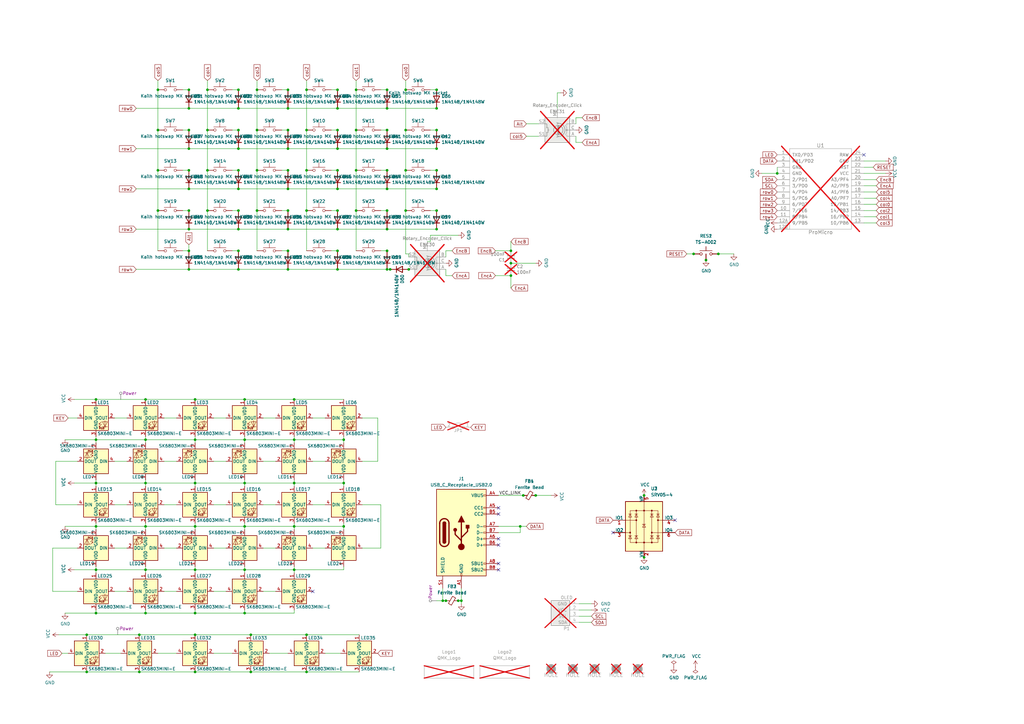
<source format=kicad_sch>
(kicad_sch (version 20231120) (generator "eeschema") (generator_version "8.0")
  (paper "A3")
  (title_block (title "Lotus 58 Glow") (date "2024-11-18") (rev "v1.5.0") (company "Markus Knutsson <markus.knutsson@tweety.se>") (comment 1 "https://github.com/TweetyDaBird") (comment 2 "Licensed under CERN-OHL-S v2 or any superseding version"))
  (junction (at 77.47 86.36))
  (junction (at 146.05 53.34))
  (junction (at 77.47 102.87))
  (junction (at 59.69 251.46))
  (junction (at 138.43 53.34))
  (junction (at 158.75 93.98))
  (junction (at 264.16 203.2))
  (junction (at 59.69 198.12))
  (junction (at 100.33 233.68))
  (junction (at 80.01 198.12))
  (junction (at 181.61 246.38))
  (junction (at 219.71 203.2))
  (junction (at 118.11 110.49))
  (junction (at 158.75 69.85))
  (junction (at 166.37 53.34))
  (junction (at 100.33 180.34))
  (junction (at 85.09 86.36))
  (junction (at 80.01 163.83))
  (junction (at 105.41 86.36))
  (junction (at 160.02 110.49))
  (junction (at 97.79 86.36))
  (junction (at 209.55 113.03))
  (junction (at 138.43 36.83))
  (junction (at 179.07 53.34))
  (junction (at 179.07 93.98))
  (junction (at 138.43 69.85))
  (junction (at 179.07 77.47))
  (junction (at 138.43 60.96))
  (junction (at 158.75 60.96))
  (junction (at 187.96 246.38))
  (junction (at 39.37 163.83))
  (junction (at 214.63 203.2))
  (junction (at 59.69 233.68))
  (junction (at 77.47 110.49))
  (junction (at 80.01 251.46))
  (junction (at 138.43 44.45))
  (junction (at 102.87 275.59))
  (junction (at 138.43 77.47))
  (junction (at 125.73 275.59))
  (junction (at 146.05 36.83))
  (junction (at 85.09 53.34))
  (junction (at 97.79 53.34))
  (junction (at 118.11 86.36))
  (junction (at 125.73 260.35))
  (junction (at 125.73 36.83))
  (junction (at 97.79 77.47))
  (junction (at 118.11 102.87))
  (junction (at 64.77 53.34))
  (junction (at 158.75 36.83))
  (junction (at 97.79 36.83))
  (junction (at 140.97 215.9))
  (junction (at 77.47 44.45))
  (junction (at 57.15 275.59))
  (junction (at 85.09 36.83))
  (junction (at 35.56 260.35))
  (junction (at 77.47 77.47))
  (junction (at 57.15 260.35))
  (junction (at 138.43 102.87))
  (junction (at 166.37 69.85))
  (junction (at 97.79 60.96))
  (junction (at 125.73 86.36))
  (junction (at 59.69 163.83))
  (junction (at 39.37 198.12))
  (junction (at 138.43 86.36))
  (junction (at 118.11 36.83))
  (junction (at 97.79 44.45))
  (junction (at 77.47 93.98))
  (junction (at 140.97 198.12))
  (junction (at 100.33 163.83))
  (junction (at 85.09 69.85))
  (junction (at 64.77 36.83))
  (junction (at 77.47 69.85))
  (junction (at 77.47 60.96))
  (junction (at 138.43 110.49))
  (junction (at 39.37 215.9))
  (junction (at 179.07 60.96))
  (junction (at 39.37 251.46))
  (junction (at 284.48 104.14))
  (junction (at 118.11 60.96))
  (junction (at 213.36 215.9))
  (junction (at 64.77 69.85))
  (junction (at 97.79 110.49))
  (junction (at 105.41 69.85))
  (junction (at 120.65 233.68))
  (junction (at 118.11 69.85))
  (junction (at 120.65 198.12))
  (junction (at 97.79 69.85))
  (junction (at 39.37 233.68))
  (junction (at 138.43 93.98))
  (junction (at 35.56 275.59))
  (junction (at 179.07 69.85))
  (junction (at 59.69 180.34))
  (junction (at 80.01 215.9))
  (junction (at 182.88 246.38))
  (junction (at 120.65 163.83))
  (junction (at 179.07 86.36))
  (junction (at 118.11 44.45))
  (junction (at 158.75 77.47))
  (junction (at 189.23 246.38))
  (junction (at 120.65 180.34))
  (junction (at 158.75 53.34))
  (junction (at 158.75 44.45))
  (junction (at 146.05 69.85))
  (junction (at 158.75 110.49))
  (junction (at 209.55 102.87))
  (junction (at 120.65 215.9))
  (junction (at 289.56 106.68))
  (junction (at 318.77 71.12))
  (junction (at 140.97 180.34))
  (junction (at 39.37 180.34))
  (junction (at 100.33 198.12))
  (junction (at 264.16 228.6))
  (junction (at 105.41 36.83))
  (junction (at 80.01 260.35))
  (junction (at 167.64 110.49))
  (junction (at 102.87 260.35))
  (junction (at 80.01 180.34))
  (junction (at 125.73 69.85))
  (junction (at 105.41 53.34))
  (junction (at 80.01 233.68))
  (junction (at 125.73 53.34))
  (junction (at 118.11 53.34))
  (junction (at 118.11 77.47))
  (junction (at 77.47 53.34))
  (junction (at 294.64 104.14))
  (junction (at 100.33 215.9))
  (junction (at 179.07 36.83))
  (junction (at 158.75 86.36))
  (junction (at 209.55 107.95))
  (junction (at 166.37 36.83))
  (junction (at 118.11 93.98))
  (junction (at 166.37 86.36))
  (junction (at 179.07 44.45))
  (junction (at 100.33 251.46))
  (junction (at 64.77 86.36))
  (junction (at 80.01 275.59))
  (junction (at 97.79 102.87))
  (junction (at 77.47 36.83))
  (junction (at 97.79 93.98))
  (junction (at 158.75 102.87))
  (junction (at 146.05 86.36))
  (junction (at 59.69 215.9))
  (no_connect (at 204.47 223.52))
  (no_connect (at 204.47 208.28))
  (no_connect (at 204.47 210.82))
  (no_connect (at 128.27 242.57))
  (no_connect (at 204.47 231.14))
  (no_connect (at 204.47 233.68))
  (no_connect (at 251.46 218.44))
  (no_connect (at 276.86 213.36))
  (no_connect (at 204.47 220.98))
  (no_connect (at 354.33 63.5))
  (wire (pts (xy 354.33 81.28) (xy 359.41 81.28)))
  (wire (pts (xy 140.97 180.34) (xy 140.97 179.07)))
  (wire (pts (xy 237.49 247.65) (xy 242.57 247.65)))
  (wire (pts (xy 120.65 180.34) (xy 120.65 179.07)))
  (wire (pts (xy 80.01 215.9) (xy 100.33 215.9)))
  (wire (pts (xy 120.65 163.83) (xy 140.97 163.83)))
  (wire (pts (xy 228.6 38.1) (xy 228.6 44.45)))
  (wire (pts (xy 158.75 53.34) (xy 156.21 53.34)))
  (wire (pts (xy 209.55 102.87) (xy 209.55 99.06)))
  (wire (pts (xy 120.65 199.39) (xy 120.65 198.12)))
  (wire (pts (xy 135.89 36.83) (xy 138.43 36.83)))
  (wire (pts (xy 107.95 242.57) (xy 113.03 242.57)))
  (wire (pts (xy 107.95 171.45) (xy 113.03 171.45)))
  (wire (pts (xy 128.27 207.01) (xy 133.35 207.01)))
  (wire (pts (xy 67.31 189.23) (xy 72.39 189.23)))
  (wire (pts (xy 95.25 69.85) (xy 97.79 69.85)))
  (wire (pts (xy 67.31 224.79) (xy 72.39 224.79)))
  (wire (pts (xy 80.01 198.12) (xy 80.01 199.39)))
  (wire (pts (xy 39.37 251.46) (xy 39.37 250.19)))
  (wire (pts (xy 220.98 50.8) (xy 215.9 50.8)))
  (wire (pts (xy 59.69 234.95) (xy 59.69 233.68)))
  (wire (pts (xy 181.61 246.38) (xy 182.88 246.38)))
  (wire (pts (xy 140.97 198.12) (xy 140.97 199.39)))
  (wire (pts (xy 46.99 189.23) (xy 52.07 189.23)))
  (wire (pts (xy 128.27 171.45) (xy 133.35 171.45)))
  (wire (pts (xy 120.65 232.41) (xy 120.65 233.68)))
  (wire (pts (xy 21.59 224.79) (xy 21.59 242.57)))
  (wire (pts (xy 31.75 224.79) (xy 21.59 224.79)))
  (wire (pts (xy 87.63 189.23) (xy 92.71 189.23)))
  (wire (pts (xy 55.88 110.49) (xy 77.47 110.49)))
  (wire (pts (xy 87.63 207.01) (xy 92.71 207.01)))
  (wire (pts (xy 156.21 207.01) (xy 156.21 224.79)))
  (wire (pts (xy 95.25 36.83) (xy 97.79 36.83)))
  (wire (pts (xy 59.69 198.12) (xy 80.01 198.12)))
  (wire (pts (xy 80.01 163.83) (xy 100.33 163.83)))
  (wire (pts (xy 77.47 86.36) (xy 74.93 86.36)))
  (wire (pts (xy 57.15 260.35) (xy 80.01 260.35)))
  (wire (pts (xy 203.2 102.87) (xy 209.55 102.87)))
  (wire (pts (xy 118.11 102.87) (xy 115.57 102.87)))
  (wire (pts (xy 189.23 247.65) (xy 189.23 246.38)))
  (wire (pts (xy 87.63 171.45) (xy 92.71 171.45)))
  (wire (pts (xy 158.75 60.96) (xy 179.07 60.96)))
  (wire (pts (xy 105.41 53.34) (xy 105.41 69.85)))
  (wire (pts (xy 39.37 198.12) (xy 30.48 198.12)))
  (wire (pts (xy 120.65 233.68) (xy 140.97 233.68)))
  (wire (pts (xy 64.77 33.02) (xy 64.77 36.83)))
  (wire (pts (xy 35.56 260.35) (xy 57.15 260.35)))
  (wire (pts (xy 115.57 36.83) (xy 118.11 36.83)))
  (wire (pts (xy 158.75 110.49) (xy 160.02 110.49)))
  (wire (pts (xy 125.73 36.83) (xy 125.73 53.34)))
  (wire (pts (xy 59.69 198.12) (xy 59.69 199.39)))
  (wire (pts (xy 125.73 33.02) (xy 125.73 36.83)))
  (wire (pts (xy 30.48 163.83) (xy 39.37 163.83)))
  (wire (pts (xy 105.41 69.85) (xy 105.41 86.36)))
  (wire (pts (xy 27.94 171.45) (xy 31.75 171.45)))
  (wire (pts (xy 46.99 171.45) (xy 52.07 171.45)))
  (wire (pts (xy 39.37 180.34) (xy 39.37 181.61)))
  (wire (pts (xy 80.01 214.63) (xy 80.01 215.9)))
  (wire (pts (xy 55.88 60.96) (xy 77.47 60.96)))
  (wire (pts (xy 77.47 60.96) (xy 97.79 60.96)))
  (wire (pts (xy 59.69 232.41) (xy 59.69 233.68)))
  (wire (pts (xy 74.93 69.85) (xy 77.47 69.85)))
  (wire (pts (xy 105.41 36.83) (xy 105.41 53.34)))
  (wire (pts (xy 80.01 180.34) (xy 59.69 180.34)))
  (wire (pts (xy 31.75 207.01) (xy 22.86 207.01)))
  (wire (pts (xy 318.77 71.12) (xy 312.42 71.12)))
  (wire (pts (xy 110.49 267.97) (xy 118.11 267.97)))
  (wire (pts (xy 100.33 180.34) (xy 100.33 179.07)))
  (wire (pts (xy 39.37 217.17) (xy 39.37 215.9)))
  (wire (pts (xy 97.79 110.49) (xy 118.11 110.49)))
  (wire (pts (xy 354.33 73.66) (xy 359.41 73.66)))
  (wire (pts (xy 138.43 69.85) (xy 135.89 69.85)))
  (wire (pts (xy 77.47 100.33) (xy 77.47 102.87)))
  (wire (pts (xy 39.37 198.12) (xy 39.37 199.39)))
  (wire (pts (xy 176.53 69.85) (xy 179.07 69.85)))
  (wire (pts (xy 237.49 250.19) (xy 242.57 250.19)))
  (wire (pts (xy 102.87 275.59) (xy 125.73 275.59)))
  (wire (pts (xy 237.49 255.27) (xy 242.57 255.27)))
  (wire (pts (xy 105.41 86.36) (xy 105.41 102.87)))
  (wire (pts (xy 80.01 180.34) (xy 100.33 180.34)))
  (wire (pts (xy 46.99 242.57) (xy 52.07 242.57)))
  (wire (pts (xy 185.42 113.03) (xy 182.88 113.03)))
  (wire (pts (xy 102.87 260.35) (xy 125.73 260.35)))
  (wire (pts (xy 100.33 198.12) (xy 100.33 199.39)))
  (wire (pts (xy 39.37 179.07) (xy 39.37 180.34)))
  (wire (pts (xy 97.79 77.47) (xy 118.11 77.47)))
  (wire (pts (xy 77.47 93.98) (xy 97.79 93.98)))
  (wire (pts (xy 318.77 68.58) (xy 318.77 71.12)))
  (wire (pts (xy 125.73 69.85) (xy 125.73 86.36)))
  (wire (pts (xy 182.88 113.03) (xy 182.88 110.49)))
  (wire (pts (xy 209.55 118.11) (xy 209.55 113.03)))
  (wire (pts (xy 25.4 267.97) (xy 27.94 267.97)))
  (wire (pts (xy 220.98 55.88) (xy 215.9 55.88)))
  (wire (pts (xy 146.05 86.36) (xy 146.05 102.87)))
  (wire (pts (xy 39.37 196.85) (xy 39.37 198.12)))
  (wire (pts (xy 238.76 48.26) (xy 236.22 48.26)))
  (wire (pts (xy 57.15 275.59) (xy 80.01 275.59)))
  (wire (pts (xy 187.96 96.52) (xy 176.53 96.52)))
  (wire (pts (xy 105.41 33.02) (xy 105.41 36.83)))
  (wire (pts (xy 189.23 241.3) (xy 189.23 246.38)))
  (wire (pts (xy 354.33 71.12) (xy 363.22 71.12)))
  (wire (pts (xy 87.63 267.97) (xy 95.25 267.97)))
  (wire (pts (xy 97.79 60.96) (xy 118.11 60.96)))
  (wire (pts (xy 146.05 36.83) (xy 146.05 53.34)))
  (wire (pts (xy 59.69 251.46) (xy 39.37 251.46)))
  (wire (pts (xy 125.73 53.34) (xy 125.73 69.85)))
  (wire (pts (xy 179.07 246.38) (xy 181.61 246.38)))
  (wire (pts (xy 176.53 86.36) (xy 179.07 86.36)))
  (wire (pts (xy 100.33 180.34) (xy 120.65 180.34)))
  (wire (pts (xy 21.59 242.57) (xy 31.75 242.57)))
  (wire (pts (xy 166.37 36.83) (xy 166.37 53.34)))
  (wire (pts (xy 64.77 267.97) (xy 72.39 267.97)))
  (wire (pts (xy 354.33 76.2) (xy 359.41 76.2)))
  (wire (pts (xy 100.33 251.46) (xy 80.01 251.46)))
  (wire (pts (xy 135.89 86.36) (xy 138.43 86.36)))
  (wire (pts (xy 146.05 53.34) (xy 146.05 69.85)))
  (wire (pts (xy 80.01 251.46) (xy 80.01 250.19)))
  (wire (pts (xy 97.79 53.34) (xy 95.25 53.34)))
  (wire (pts (xy 100.33 233.68) (xy 100.33 232.41)))
  (wire (pts (xy 354.33 66.04) (xy 363.22 66.04)))
  (wire (pts (xy 67.31 207.01) (xy 72.39 207.01)))
  (wire (pts (xy 118.11 93.98) (xy 138.43 93.98)))
  (wire (pts (xy 80.01 234.95) (xy 80.01 233.68)))
  (wire (pts (xy 146.05 69.85) (xy 146.05 86.36)))
  (wire (pts (xy 148.59 224.79) (xy 156.21 224.79)))
  (wire (pts (xy 100.33 215.9) (xy 120.65 215.9)))
  (wire (pts (xy 85.09 33.02) (xy 85.09 36.83)))
  (wire (pts (xy 30.48 233.68) (xy 39.37 233.68)))
  (wire (pts (xy 229.87 38.1) (xy 228.6 38.1)))
  (wire (pts (xy 125.73 86.36) (xy 125.73 102.87)))
  (wire (pts (xy 175.26 99.06) (xy 176.53 99.06)))
  (wire (pts (xy 166.37 104.14) (xy 166.37 86.36)))
  (wire (pts (xy 43.18 267.97) (xy 49.53 267.97)))
  (wire (pts (xy 100.33 234.95) (xy 100.33 233.68)))
  (wire (pts (xy 55.88 93.98) (xy 77.47 93.98)))
  (wire (pts (xy 46.99 224.79) (xy 52.07 224.79)))
  (wire (pts (xy 158.75 102.87) (xy 156.21 102.87)))
  (wire (pts (xy 125.73 260.35) (xy 147.32 260.35)))
  (wire (pts (xy 115.57 53.34) (xy 118.11 53.34)))
  (wire (pts (xy 140.97 214.63) (xy 140.97 215.9)))
  (wire (pts (xy 107.95 224.79) (xy 113.03 224.79)))
  (wire (pts (xy 138.43 102.87) (xy 135.89 102.87)))
  (wire (pts (xy 80.01 180.34) (xy 80.01 181.61)))
  (wire (pts (xy 120.65 251.46) (xy 100.33 251.46)))
  (wire (pts (xy 26.67 215.9) (xy 39.37 215.9)))
  (wire (pts (xy 140.97 198.12) (xy 140.97 196.85)))
  (wire (pts (xy 100.33 181.61) (xy 100.33 180.34)))
  (wire (pts (xy 176.53 36.83) (xy 179.07 36.83)))
  (wire (pts (xy 140.97 180.34) (xy 140.97 181.61)))
  (wire (pts (xy 120.65 181.61) (xy 120.65 180.34)))
  (wire (pts (xy 354.33 83.82) (xy 359.41 83.82)))
  (wire (pts (xy 87.63 224.79) (xy 92.71 224.79)))
  (wire (pts (xy 238.76 58.42) (xy 236.22 58.42)))
  (wire (pts (xy 203.2 113.03) (xy 209.55 113.03)))
  (wire (pts (xy 213.36 215.9) (xy 213.36 218.44)))
  (wire (pts (xy 59.69 163.83) (xy 80.01 163.83)))
  (wire (pts (xy 226.06 203.2) (xy 219.71 203.2)))
  (wire (pts (xy 120.65 215.9) (xy 140.97 215.9)))
  (wire (pts (xy 80.01 198.12) (xy 80.01 196.85)))
  (wire (pts (xy 209.55 107.95) (xy 219.71 107.95)))
  (wire (pts (xy 354.33 88.9) (xy 359.41 88.9)))
  (wire (pts (xy 67.31 242.57) (xy 72.39 242.57)))
  (wire (pts (xy 22.86 207.01) (xy 22.86 189.23)))
  (wire (pts (xy 281.686 104.14) (xy 284.48 104.14)))
  (wire (pts (xy 236.22 48.26) (xy 236.22 50.8)))
  (wire (pts (xy 77.47 110.49) (xy 97.79 110.49)))
  (wire (pts (xy 87.63 242.57) (xy 92.71 242.57)))
  (wire (pts (xy 59.69 251.46) (xy 59.69 250.19)))
  (wire (pts (xy 158.75 36.83) (xy 156.21 36.83)))
  (wire (pts (xy 39.37 180.34) (xy 26.67 180.34)))
  (wire (pts (xy 213.36 218.44) (xy 204.47 218.44)))
  (wire (pts (xy 118.11 86.36) (xy 115.57 86.36)))
  (wire (pts (xy 138.43 60.96) (xy 158.75 60.96)))
  (wire (pts (xy 158.75 77.47) (xy 179.07 77.47)))
  (wire (pts (xy 59.69 180.34) (xy 59.69 179.07)))
  (wire (pts (xy 354.33 91.44) (xy 359.41 91.44)))
  (wire (pts (xy 39.37 163.83) (xy 59.69 163.83)))
  (wire (pts (xy 55.88 44.45) (xy 77.47 44.45)))
  (wire (pts (xy 176.53 96.52) (xy 176.53 99.06)))
  (wire (pts (xy 166.37 69.85) (xy 166.37 86.36)))
  (wire (pts (xy 213.36 215.9) (xy 215.9 215.9)))
  (wire (pts (xy 120.65 234.95) (xy 120.65 233.68)))
  (wire (pts (xy 179.07 53.34) (xy 176.53 53.34)))
  (wire (pts (xy 39.37 180.34) (xy 59.69 180.34)))
  (wire (pts (xy 100.33 214.63) (xy 100.33 215.9)))
  (wire (pts (xy 59.69 214.63) (xy 59.69 215.9)))
  (wire (pts (xy 120.65 180.34) (xy 140.97 180.34)))
  (wire (pts (xy 140.97 233.68) (xy 140.97 232.41)))
  (wire (pts (xy 118.11 110.49) (xy 138.43 110.49)))
  (wire (pts (xy 138.43 77.47) (xy 158.75 77.47)))
  (wire (pts (xy 100.33 198.12) (xy 120.65 198.12)))
  (wire (pts (xy 120.65 251.46) (xy 120.65 250.19)))
  (wire (pts (xy 354.33 68.58) (xy 358.14 68.58)))
  (wire (pts (xy 120.65 198.12) (xy 120.65 196.85)))
  (wire (pts (xy 148.59 207.01) (xy 156.21 207.01)))
  (wire (pts (xy 154.94 171.45) (xy 154.94 189.23)))
  (wire (pts (xy 80.01 275.59) (xy 102.87 275.59)))
  (wire (pts (xy 118.11 77.47) (xy 138.43 77.47)))
  (wire (pts (xy 80.01 179.07) (xy 80.01 180.34)))
  (wire (pts (xy 118.11 44.45) (xy 138.43 44.45)))
  (wire (pts (xy 85.09 86.36) (xy 85.09 102.87)))
  (wire (pts (xy 59.69 198.12) (xy 59.69 196.85)))
  (wire (pts (xy 59.69 181.61) (xy 59.69 180.34)))
  (wire (pts (xy 80.01 260.35) (xy 102.87 260.35)))
  (wire (pts (xy 80.01 217.17) (xy 80.01 215.9)))
  (wire (pts (xy 167.64 104.14) (xy 166.37 104.14)))
  (wire (pts (xy 35.56 275.59) (xy 57.15 275.59)))
  (wire (pts (xy 67.31 171.45) (xy 72.39 171.45)))
  (wire (pts (xy 185.42 102.87) (xy 182.88 102.87)))
  (wire (pts (xy 120.65 198.12) (xy 140.97 198.12)))
  (wire (pts (xy 300.99 104.14) (xy 294.64 104.14)))
  (wire (pts (xy 80.01 233.68) (xy 80.01 232.41)))
  (wire (pts (xy 97.79 44.45) (xy 118.11 44.45)))
  (wire (pts (xy 46.99 207.01) (xy 52.07 207.01)))
  (wire (pts (xy 39.37 232.41) (xy 39.37 233.68)))
  (wire (pts (xy 64.77 53.34) (xy 64.77 69.85)))
  (wire (pts (xy 148.59 189.23) (xy 154.94 189.23)))
  (wire (pts (xy 128.27 224.79) (xy 133.35 224.79)))
  (wire (pts (xy 39.37 234.95) (xy 39.37 233.68)))
  (wire (pts (xy 80.01 198.12) (xy 100.33 198.12)))
  (wire (pts (xy 214.63 203.2) (xy 204.47 203.2)))
  (wire (pts (xy 59.69 233.68) (xy 80.01 233.68)))
  (wire (pts (xy 64.77 86.36) (xy 64.77 102.87)))
  (wire (pts (xy 59.69 215.9) (xy 80.01 215.9)))
  (wire (pts (xy 107.95 189.23) (xy 113.03 189.23)))
  (wire (pts (xy 146.05 33.02) (xy 146.05 36.83)))
  (wire (pts (xy 166.37 53.34) (xy 166.37 69.85)))
  (wire (pts (xy 166.37 33.02) (xy 166.37 36.83)))
  (wire (pts (xy 167.64 104.14) (xy 167.64 105.41)))
  (wire (pts (xy 181.61 241.3) (xy 181.61 246.38)))
  (wire (pts (xy 80.01 251.46) (xy 59.69 251.46)))
  (wire (pts (xy 158.75 44.45) (xy 179.07 44.45)))
  (wire (pts (xy 100.33 163.83) (xy 120.65 163.83)))
  (wire (pts (xy 100.33 251.46) (xy 100.33 250.19)))
  (wire (pts (xy 77.47 44.45) (xy 97.79 44.45)))
  (wire (pts (xy 237.49 252.73) (xy 242.57 252.73)))
  (wire (pts (xy 158.75 93.98) (xy 179.07 93.98)))
  (wire (pts (xy 100.33 233.68) (xy 120.65 233.68)))
  (wire (pts (xy 97.79 93.98) (xy 118.11 93.98)))
  (wire (pts (xy 120.65 217.17) (xy 120.65 215.9)))
  (wire (pts (xy 97.79 86.36) (xy 95.25 86.36)))
  (wire (pts (xy 22.86 189.23) (xy 31.75 189.23)))
  (wire (pts (xy 39.37 251.46) (xy 26.67 251.46)))
  (wire (pts (xy 20.32 275.59) (xy 35.56 275.59)))
  (wire (pts (xy 39.37 215.9) (xy 59.69 215.9)))
  (wire (pts (xy 85.09 69.85) (xy 85.09 86.36)))
  (wire (pts (xy 182.88 102.87) (xy 182.88 105.41)))
  (wire (pts (xy 107.95 207.01) (xy 113.03 207.01)))
  (wire (pts (xy 158.75 69.85) (xy 156.21 69.85)))
  (wire (pts (xy 97.79 102.87) (xy 95.25 102.87)))
  (wire (pts (xy 77.47 53.34) (xy 74.93 53.34)))
  (wire (pts (xy 187.96 246.38) (xy 189.23 246.38)))
  (wire (pts (xy 354.33 86.36) (xy 359.41 86.36)))
  (wire (pts (xy 100.33 215.9) (xy 100.33 217.17)))
  (wire (pts (xy 138.43 53.34) (xy 135.89 53.34)))
  (wire (pts (xy 115.57 69.85) (xy 118.11 69.85)))
  (wire (pts (xy 133.35 267.97) (xy 139.7 267.97)))
  (wire (pts (xy 77.47 36.83) (xy 74.93 36.83)))
  (wire (pts (xy 148.59 171.45) (xy 154.94 171.45)))
  (wire (pts (xy 80.01 233.68) (xy 100.33 233.68)))
  (wire (pts (xy 120.65 214.63) (xy 120.65 215.9)))
  (wire (pts (xy 138.43 110.49) (xy 158.75 110.49)))
  (wire (pts (xy 77.47 77.47) (xy 97.79 77.47)))
  (wire (pts (xy 158.75 86.36) (xy 156.21 86.36)))
  (wire (pts (xy 138.43 93.98) (xy 158.75 93.98)))
  (wire (pts (xy 39.37 198.12) (xy 59.69 198.12)))
  (wire (pts (xy 85.09 36.83) (xy 85.09 53.34)))
  (wire (pts (xy 55.88 77.47) (xy 77.47 77.47)))
  (wire (pts (xy 59.69 215.9) (xy 59.69 217.17)))
  (wire (pts (xy 39.37 233.68) (xy 59.69 233.68)))
  (wire (pts (xy 100.33 198.12) (xy 100.33 196.85)))
  (wire (pts (xy 118.11 60.96) (xy 138.43 60.96)))
  (wire (pts (xy 236.22 58.42) (xy 236.22 55.88)))
  (wire (pts (xy 125.73 275.59) (xy 147.32 275.59)))
  (wire (pts (xy 39.37 214.63) (xy 39.37 215.9)))
  (wire (pts (xy 354.33 78.74) (xy 359.41 78.74)))
  (wire (pts (xy 24.13 260.35) (xy 35.56 260.35)))
  (wire (pts (xy 74.93 102.87) (xy 77.47 102.87)))
  (wire (pts (xy 204.47 215.9) (xy 213.36 215.9)))
  (wire (pts (xy 140.97 215.9) (xy 140.97 217.17)))
  (wire (pts (xy 64.77 36.83) (xy 64.77 53.34)))
  (wire (pts (xy 138.43 44.45) (xy 158.75 44.45)))
  (wire (pts (xy 85.09 53.34) (xy 85.09 69.85)))
  (wire (pts (xy 64.77 69.85) (xy 64.77 86.36)))
  (wire (pts (xy 128.27 189.23) (xy 133.35 189.23)))
  (label "VCC_LINK" (at 204.724 203.2 0))
  (global_label "Alt" (shape input) (at 77.47 100.33 90) (property "Intersheetrefs" "${INTERSHEET_REFS}" (effects (hide yes))))
  (global_label "col2" (shape input) (at 359.41 86.36 0) (property "Intersheetrefs" "${INTERSHEET_REFS}" (effects (hide yes))))
  (global_label "EncB" (shape input) (at 359.41 73.66 0) (property "Intersheetrefs" "${INTERSHEET_REFS}" (effects (hide yes))))
  (global_label "RESET" (shape input) (at 281.686 104.14 180) (property "Intersheetrefs" "${INTERSHEET_REFS}" (effects (hide yes))))
  (global_label "row2" (shape input) (at 318.77 83.82 180) (property "Intersheetrefs" "${INTERSHEET_REFS}" (effects (hide yes))))
  (global_label "RESET" (shape input) (at 358.14 68.58 0) (property "Intersheetrefs" "${INTERSHEET_REFS}" (effects (hide yes))))
  (global_label "EncA" (shape input) (at 238.76 58.42 0) (property "Intersheetrefs" "${INTERSHEET_REFS}" (effects (hide yes))))
  (global_label "col4" (shape input) (at 85.09 33.02 90) (property "Intersheetrefs" "${INTERSHEET_REFS}" (effects (hide yes))))
  (global_label "DATA" (shape input) (at 276.86 218.44 0) (property "Intersheetrefs" "${INTERSHEET_REFS}" (effects (hide yes))))
  (global_label "row1" (shape input) (at 318.77 81.28 180) (property "Intersheetrefs" "${INTERSHEET_REFS}" (effects (hide yes))))
  (global_label "EncB" (shape input) (at 203.2 102.87 180) (property "Intersheetrefs" "${INTERSHEET_REFS}" (effects (hide yes))))
  (global_label "EncA" (shape input) (at 209.55 118.11 0) (property "Intersheetrefs" "${INTERSHEET_REFS}" (effects (hide yes))))
  (global_label "row3" (shape input) (at 55.88 93.98 180) (property "Intersheetrefs" "${INTERSHEET_REFS}" (effects (hide yes))))
  (global_label "row3" (shape input) (at 318.77 86.36 180) (property "Intersheetrefs" "${INTERSHEET_REFS}" (effects (hide yes))))
  (global_label "SCL" (shape input) (at 318.77 76.2 180) (property "Intersheetrefs" "${INTERSHEET_REFS}" (effects (hide yes))))
  (global_label "LED" (shape input) (at 25.4 267.97 180) (property "Intersheetrefs" "${INTERSHEET_REFS}" (effects (hide yes))))
  (global_label "SDA" (shape input) (at 242.57 255.27 0) (property "Intersheetrefs" "${INTERSHEET_REFS}" (effects (hide yes))))
  (global_label "EncA" (shape input) (at 185.42 113.03 0) (property "Intersheetrefs" "${INTERSHEET_REFS}" (effects (hide yes))))
  (global_label "col4" (shape input) (at 359.41 81.28 0) (property "Intersheetrefs" "${INTERSHEET_REFS}" (effects (hide yes))))
  (global_label "row1" (shape input) (at 55.88 60.96 180) (property "Intersheetrefs" "${INTERSHEET_REFS}" (effects (hide yes))))
  (global_label "KEY" (shape input) (at 193.04 175.26 0) (property "Intersheetrefs" "${INTERSHEET_REFS}" (effects (hide yes))))
  (global_label "row2" (shape input) (at 55.88 77.47 180) (property "Intersheetrefs" "${INTERSHEET_REFS}" (effects (hide yes))))
  (global_label "col5" (shape input) (at 215.9 55.88 180) (property "Intersheetrefs" "${INTERSHEET_REFS}" (effects (hide yes))))
  (global_label "col5" (shape input) (at 64.77 33.02 90) (property "Intersheetrefs" "${INTERSHEET_REFS}" (effects (hide yes))))
  (global_label "EncA" (shape input) (at 359.41 76.2 0) (property "Intersheetrefs" "${INTERSHEET_REFS}" (effects (hide yes))))
  (global_label "col0" (shape input) (at 359.41 83.82 0) (property "Intersheetrefs" "${INTERSHEET_REFS}" (effects (hide yes))))
  (global_label "col3" (shape input) (at 105.41 33.02 90) (property "Intersheetrefs" "${INTERSHEET_REFS}" (effects (hide yes))))
  (global_label "EncB" (shape input) (at 238.76 48.26 0) (property "Intersheetrefs" "${INTERSHEET_REFS}" (effects (hide yes))))
  (global_label "LED" (shape input) (at 318.77 63.5 180) (property "Intersheetrefs" "${INTERSHEET_REFS}" (effects (hide yes))))
  (global_label "SCL" (shape input) (at 242.57 252.73 0) (property "Intersheetrefs" "${INTERSHEET_REFS}" (effects (hide yes))))
  (global_label "row0" (shape input) (at 55.88 44.45 180) (property "Intersheetrefs" "${INTERSHEET_REFS}" (effects (hide yes))))
  (global_label "SDA" (shape input) (at 318.77 73.66 180) (property "Intersheetrefs" "${INTERSHEET_REFS}" (effects (hide yes))))
  (global_label "Alt" (shape input) (at 215.9 50.8 180) (property "Intersheetrefs" "${INTERSHEET_REFS}" (effects (hide yes))))
  (global_label "col5" (shape input) (at 359.41 78.74 0) (property "Intersheetrefs" "${INTERSHEET_REFS}" (effects (hide yes))))
  (global_label "DATA" (shape input) (at 215.9 215.9 0) (property "Intersheetrefs" "${INTERSHEET_REFS}" (effects (hide yes))))
  (global_label "EncB" (shape input) (at 209.55 99.06 0) (property "Intersheetrefs" "${INTERSHEET_REFS}" (effects (hide yes))))
  (global_label "EncA" (shape input) (at 203.2 113.03 180) (property "Intersheetrefs" "${INTERSHEET_REFS}" (effects (hide yes))))
  (global_label "KEY" (shape input) (at 27.94 171.45 180) (property "Intersheetrefs" "${INTERSHEET_REFS}" (effects (hide yes))))
  (global_label "row4" (shape input) (at 55.88 110.49 180) (property "Intersheetrefs" "${INTERSHEET_REFS}" (effects (hide yes))))
  (global_label "row0" (shape input) (at 318.77 78.74 180) (property "Intersheetrefs" "${INTERSHEET_REFS}" (effects (hide yes))))
  (global_label "col1" (shape input) (at 359.41 88.9 0) (property "Intersheetrefs" "${INTERSHEET_REFS}" (effects (hide yes))))
  (global_label "col1" (shape input) (at 146.05 33.02 90) (property "Intersheetrefs" "${INTERSHEET_REFS}" (effects (hide yes))))
  (global_label "col0" (shape input) (at 166.37 33.02 90) (property "Intersheetrefs" "${INTERSHEET_REFS}" (effects (hide yes))))
  (global_label "col2" (shape input) (at 125.73 33.02 90) (property "Intersheetrefs" "${INTERSHEET_REFS}" (effects (hide yes))))
  (global_label "DATA" (shape input) (at 318.77 66.04 180) (property "Intersheetrefs" "${INTERSHEET_REFS}" (effects (hide yes))))
  (global_label "row4" (shape input) (at 318.77 88.9 180) (property "Intersheetrefs" "${INTERSHEET_REFS}" (effects (hide yes))))
  (global_label "KEY" (shape input) (at 154.94 267.97 0) (property "Intersheetrefs" "${INTERSHEET_REFS}" (effects (hide yes))))
  (global_label "DATA" (shape input) (at 251.46 213.36 180) (property "Intersheetrefs" "${INTERSHEET_REFS}" (effects (hide yes))))
  (global_label "col3" (shape input) (at 359.41 91.44 0) (property "Intersheetrefs" "${INTERSHEET_REFS}" (effects (hide yes))))
  (global_label "EncB" (shape input) (at 185.42 102.87 0) (property "Intersheetrefs" "${INTERSHEET_REFS}" (effects (hide yes))))
  (global_label "LED" (shape input) (at 182.88 175.26 180) (property "Intersheetrefs" "${INTERSHEET_REFS}" (effects (hide yes))))
  (netclass_flag "" (length 2.54) (shape round) (at 49.53 163.83 0) (property "Netclass" "Power" (at 50.1396 161.29 0) (effects (font (italic yes)) (justify left))))
  (netclass_flag "" (length 2.54) (shape round) (at 179.07 246.38 90) (property "Netclass" "Power" (at 176.53 245.7704 90) (effects (font (italic yes)) (justify left))))
  (netclass_flag "" (length 2.54) (shape round) (at 48.26 260.35 0) (property "Netclass" "Power" (at 48.8696 257.81 0) (effects (font (italic yes)) (justify left))))
  (symbol (lib_id "Keyboard_Controllers:ProMicro_jumpers_v2") (at 336.55 77.47 0) (unit 1) (dnp yes)
    (property "Reference" "U1" (at 336.55 59.69 0) (effects (font (size 1.524 1.524))))
    (property "Value" "ProMicro" (at 336.55 95.25 0) (effects (font (size 1.524 1.524))))
    (property "Footprint" "Keyboard Controllers:ProMicro_jumpers_V3" (effects (hide yes)))
  )
  (symbol (lib_id "Switch:SW_Push") (at 90.17 102.87 0) (mirror y) (unit 1)
    (property "Reference" "SW26" (at 90.17 99.06 0))
    (property "Value" "Kailh hotswap MX socket" (at 90.17 105.41 0))
    (property "Footprint" "Keyboard Switches:SW_MX_HotSwap_Reversible" (effects (hide yes)))
    (property "LCSC" "C5156480" (effects (hide yes)))
  )
  (symbol (lib_id "Switch:SW_Push") (at 69.85 36.83 0) (mirror y) (unit 1)
    (property "Reference" "SW1" (at 69.85 33.02 0))
    (property "Value" "Kailh hotswap MX socket" (at 69.85 39.37 0))
    (property "Footprint" "Keyboard Switches:SW_MX_HotSwap_Reversible" (effects (hide yes)))
    (property "LCSC" "C5156480" (effects (hide yes)))
  )
  (symbol (lib_id "Device:D") (at 77.47 40.64 90) (unit 1)
    (property "Reference" "D1" (at 79.4766 39.4716 90) (effects (justify right)))
    (property "Value" "1N4148/1N4148W" (at 79.4766 41.783 90) (effects (justify right)))
    (property "Footprint" "Keyboard Common:Diode_DO35_SOD123" (effects (hide yes)))
    (property "Description" "Diode" (effects (hide yes)))
    (property "LCSC" "C7420318" (effects (hide yes)))
    (property "Sim.Device" "D" (effects (hide yes)))
    (property "Sim.Pins" "1=K 2=A" (effects (hide yes)))
  )
  (symbol (lib_id "Switch:SW_Push") (at 90.17 36.83 0) (mirror y) (unit 1)
    (property "Reference" "SW2" (at 90.17 33.02 0))
    (property "Value" "Kailh hotswap MX socket" (at 90.17 39.37 0))
    (property "Footprint" "Keyboard Switches:SW_MX_HotSwap_Reversible" (effects (hide yes)))
    (property "LCSC" "C5156480" (effects (hide yes)))
  )
  (symbol (lib_id "Device:D") (at 97.79 40.64 90) (unit 1)
    (property "Reference" "D2" (at 99.7966 39.4716 90) (effects (justify right)))
    (property "Value" "1N4148/1N4148W" (at 99.7966 41.783 90) (effects (justify right)))
    (property "Footprint" "Keyboard Common:Diode_DO35_SOD123" (effects (hide yes)))
    (property "Description" "Diode" (effects (hide yes)))
    (property "LCSC" "C7420318" (effects (hide yes)))
    (property "Sim.Device" "D" (effects (hide yes)))
    (property "Sim.Pins" "1=K 2=A" (effects (hide yes)))
  )
  (symbol (lib_id "Switch:SW_Push") (at 110.49 36.83 0) (mirror y) (unit 1)
    (property "Reference" "SW3" (at 110.49 33.02 0))
    (property "Value" "Kailh hotswap MX socket" (at 110.49 39.37 0))
    (property "Footprint" "Keyboard Switches:SW_MX_HotSwap_Reversible" (effects (hide yes)))
    (property "LCSC" "C5156480" (effects (hide yes)))
  )
  (symbol (lib_id "Device:D") (at 118.11 40.64 90) (unit 1)
    (property "Reference" "D3" (at 120.1166 39.4716 90) (effects (justify right)))
    (property "Value" "1N4148/1N4148W" (at 120.1166 41.783 90) (effects (justify right)))
    (property "Footprint" "Keyboard Common:Diode_DO35_SOD123" (effects (hide yes)))
    (property "Description" "Diode" (effects (hide yes)))
    (property "LCSC" "C7420318" (effects (hide yes)))
    (property "Sim.Device" "D" (effects (hide yes)))
    (property "Sim.Pins" "1=K 2=A" (effects (hide yes)))
  )
  (symbol (lib_id "Switch:SW_Push") (at 130.81 36.83 0) (mirror y) (unit 1)
    (property "Reference" "SW4" (at 130.81 33.02 0))
    (property "Value" "Kailh hotswap MX socket" (at 130.81 39.37 0))
    (property "Footprint" "Keyboard Switches:SW_MX_HotSwap_Reversible" (effects (hide yes)))
    (property "LCSC" "C5156480" (effects (hide yes)))
  )
  (symbol (lib_id "Device:D") (at 138.43 40.64 90) (unit 1)
    (property "Reference" "D4" (at 140.4366 39.4716 90) (effects (justify right)))
    (property "Value" "1N4148/1N4148W" (at 140.4366 41.783 90) (effects (justify right)))
    (property "Footprint" "Keyboard Common:Diode_DO35_SOD123" (effects (hide yes)))
    (property "Description" "Diode" (effects (hide yes)))
    (property "LCSC" "C7420318" (effects (hide yes)))
    (property "Sim.Device" "D" (effects (hide yes)))
    (property "Sim.Pins" "1=K 2=A" (effects (hide yes)))
  )
  (symbol (lib_id "Switch:SW_Push") (at 151.13 36.83 0) (mirror y) (unit 1)
    (property "Reference" "SW5" (at 151.13 33.02 0))
    (property "Value" "Kailh hotswap MX socket" (at 151.13 39.37 0))
    (property "Footprint" "Keyboard Switches:SW_MX_HotSwap_Reversible" (effects (hide yes)))
    (property "LCSC" "C5156480" (effects (hide yes)))
  )
  (symbol (lib_id "Device:D") (at 158.75 40.64 90) (unit 1)
    (property "Reference" "D5" (at 160.7566 39.4716 90) (effects (justify right)))
    (property "Value" "1N4148/1N4148W" (at 160.7566 41.783 90) (effects (justify right)))
    (property "Footprint" "Keyboard Common:Diode_DO35_SOD123" (effects (hide yes)))
    (property "Description" "Diode" (effects (hide yes)))
    (property "LCSC" "C7420318" (effects (hide yes)))
    (property "Sim.Device" "D" (effects (hide yes)))
    (property "Sim.Pins" "1=K 2=A" (effects (hide yes)))
  )
  (symbol (lib_id "Switch:SW_Push") (at 171.45 36.83 0) (mirror y) (unit 1)
    (property "Reference" "SW6" (at 171.45 33.02 0))
    (property "Value" "Kailh hotswap MX socket" (at 171.45 38.1 0))
    (property "Footprint" "Keyboard Switches:SW_MX_HotSwap_Reversible" (effects (hide yes)))
    (property "LCSC" "C5156480" (effects (hide yes)))
  )
  (symbol (lib_id "Device:D") (at 179.07 40.64 90) (unit 1)
    (property "Reference" "D6" (at 181.0766 39.4716 90) (effects (justify right)))
    (property "Value" "1N4148/1N4148W" (at 181.0766 41.783 90) (effects (justify right)))
    (property "Footprint" "Keyboard Common:Diode_DO35_SOD123" (effects (hide yes)))
    (property "Description" "Diode" (effects (hide yes)))
    (property "LCSC" "C7420318" (effects (hide yes)))
    (property "Sim.Device" "D" (effects (hide yes)))
    (property "Sim.Pins" "1=K 2=A" (effects (hide yes)))
  )
  (symbol (lib_id "Switch:SW_Push") (at 90.17 53.34 0) (mirror y) (unit 1)
    (property "Reference" "SW8" (at 90.17 49.53 0))
    (property "Value" "Kailh hotswap MX socket" (at 90.17 55.88 0))
    (property "Footprint" "Keyboard Switches:SW_MX_HotSwap_Reversible" (effects (hide yes)))
    (property "LCSC" "C5156480" (effects (hide yes)))
  )
  (symbol (lib_id "Switch:SW_Push") (at 110.49 53.34 0) (mirror y) (unit 1)
    (property "Reference" "SW9" (at 110.49 49.53 0))
    (property "Value" "Kailh hotswap MX socket" (at 110.49 55.88 0))
    (property "Footprint" "Keyboard Switches:SW_MX_HotSwap_Reversible" (effects (hide yes)))
    (property "LCSC" "C5156480" (effects (hide yes)))
  )
  (symbol (lib_id "Switch:SW_Push") (at 130.81 53.34 0) (mirror y) (unit 1)
    (property "Reference" "SW10" (at 130.81 49.53 0))
    (property "Value" "Kailh hotswap MX socket" (at 130.81 55.88 0))
    (property "Footprint" "Keyboard Switches:SW_MX_HotSwap_Reversible" (effects (hide yes)))
    (property "LCSC" "C5156480" (effects (hide yes)))
  )
  (symbol (lib_id "Switch:SW_Push") (at 151.13 53.34 0) (mirror y) (unit 1)
    (property "Reference" "SW11" (at 151.13 49.53 0))
    (property "Value" "Kailh hotswap MX socket" (at 151.13 55.88 0))
    (property "Footprint" "Keyboard Switches:SW_MX_HotSwap_Reversible" (effects (hide yes)))
    (property "LCSC" "C5156480" (effects (hide yes)))
  )
  (symbol (lib_id "Switch:SW_Push") (at 171.45 53.34 0) (mirror y) (unit 1)
    (property "Reference" "SW12" (at 171.45 49.53 0))
    (property "Value" "Kailh hotswap MX socket" (at 171.45 55.88 0))
    (property "Footprint" "Keyboard Switches:SW_MX_HotSwap_Reversible" (effects (hide yes)))
    (property "LCSC" "C5156480" (effects (hide yes)))
  )
  (symbol (lib_id "Switch:SW_Push") (at 69.85 53.34 0) (mirror y) (unit 1)
    (property "Reference" "SW7" (at 69.85 49.53 0))
    (property "Value" "Kailh hotswap MX socket" (at 69.85 55.88 0))
    (property "Footprint" "Keyboard Switches:SW_MX_HotSwap_Reversible" (effects (hide yes)))
    (property "LCSC" "C5156480" (effects (hide yes)))
  )
  (symbol (lib_id "Device:D") (at 77.47 57.15 90) (unit 1)
    (property "Reference" "D7" (at 79.4766 55.9816 90) (effects (justify right)))
    (property "Value" "1N4148/1N4148W" (at 79.4766 58.293 90) (effects (justify right)))
    (property "Footprint" "Keyboard Common:Diode_DO35_SOD123" (effects (hide yes)))
    (property "Description" "Diode" (effects (hide yes)))
    (property "LCSC" "C7420318" (effects (hide yes)))
    (property "Sim.Device" "D" (effects (hide yes)))
    (property "Sim.Pins" "1=K 2=A" (effects (hide yes)))
  )
  (symbol (lib_id "Device:D") (at 97.79 57.15 90) (unit 1)
    (property "Reference" "D8" (at 99.7966 55.9816 90) (effects (justify right)))
    (property "Value" "1N4148/1N4148W" (at 99.7966 58.293 90) (effects (justify right)))
    (property "Footprint" "Keyboard Common:Diode_DO35_SOD123" (effects (hide yes)))
    (property "Description" "Diode" (effects (hide yes)))
    (property "LCSC" "C7420318" (effects (hide yes)))
    (property "Sim.Device" "D" (effects (hide yes)))
    (property "Sim.Pins" "1=K 2=A" (effects (hide yes)))
  )
  (symbol (lib_id "Device:D") (at 118.11 57.15 90) (unit 1)
    (property "Reference" "D9" (at 120.1166 55.9816 90) (effects (justify right)))
    (property "Value" "1N4148/1N4148W" (at 120.1166 58.293 90) (effects (justify right)))
    (property "Footprint" "Keyboard Common:Diode_DO35_SOD123" (effects (hide yes)))
    (property "Description" "Diode" (effects (hide yes)))
    (property "LCSC" "C7420318" (effects (hide yes)))
    (property "Sim.Device" "D" (effects (hide yes)))
    (property "Sim.Pins" "1=K 2=A" (effects (hide yes)))
  )
  (symbol (lib_id "Device:D") (at 138.43 57.15 90) (unit 1)
    (property "Reference" "D10" (at 140.4366 55.9816 90) (effects (justify right)))
    (property "Value" "1N4148/1N4148W" (at 140.4366 58.293 90) (effects (justify right)))
    (property "Footprint" "Keyboard Common:Diode_DO35_SOD123" (effects (hide yes)))
    (property "Description" "Diode" (effects (hide yes)))
    (property "LCSC" "C7420318" (effects (hide yes)))
    (property "Sim.Device" "D" (effects (hide yes)))
    (property "Sim.Pins" "1=K 2=A" (effects (hide yes)))
  )
  (symbol (lib_id "Device:D") (at 158.75 57.15 90) (unit 1)
    (property "Reference" "D11" (at 160.7566 55.9816 90) (effects (justify right)))
    (property "Value" "1N4148/1N4148W" (at 160.7566 58.293 90) (effects (justify right)))
    (property "Footprint" "Keyboard Common:Diode_DO35_SOD123" (effects (hide yes)))
    (property "Description" "Diode" (effects (hide yes)))
    (property "LCSC" "C7420318" (effects (hide yes)))
    (property "Sim.Device" "D" (effects (hide yes)))
    (property "Sim.Pins" "1=K 2=A" (effects (hide yes)))
  )
  (symbol (lib_id "Device:D") (at 179.07 57.15 90) (unit 1)
    (property "Reference" "D12" (at 181.0766 55.9816 90) (effects (justify right)))
    (property "Value" "1N4148/1N4148W" (at 181.0766 58.293 90) (effects (justify right)))
    (property "Footprint" "Keyboard Common:Diode_DO35_SOD123" (effects (hide yes)))
    (property "Description" "Diode" (effects (hide yes)))
    (property "LCSC" "C7420318" (effects (hide yes)))
    (property "Sim.Device" "D" (effects (hide yes)))
    (property "Sim.Pins" "1=K 2=A" (effects (hide yes)))
  )
  (symbol (lib_id "Switch:SW_Push") (at 69.85 69.85 0) (mirror y) (unit 1)
    (property "Reference" "SW13" (at 69.85 66.04 0))
    (property "Value" "Kailh hotswap MX socket" (at 69.85 72.39 0))
    (property "Footprint" "Keyboard Switches:SW_MX_HotSwap_Reversible" (effects (hide yes)))
    (property "LCSC" "C5156480" (effects (hide yes)))
  )
  (symbol (lib_id "Switch:SW_Push") (at 90.17 69.85 0) (mirror y) (unit 1)
    (property "Reference" "SW14" (at 90.17 66.04 0))
    (property "Value" "Kailh hotswap MX socket" (at 90.17 72.39 0))
    (property "Footprint" "Keyboard Switches:SW_MX_HotSwap_Reversible" (effects (hide yes)))
    (property "LCSC" "C5156480" (effects (hide yes)))
  )
  (symbol (lib_id "Switch:SW_Push") (at 110.49 69.85 0) (mirror y) (unit 1)
    (property "Reference" "SW15" (at 110.49 66.04 0))
    (property "Value" "Kailh hotswap MX socket" (at 110.49 72.39 0))
    (property "Footprint" "Keyboard Switches:SW_MX_HotSwap_Reversible" (effects (hide yes)))
    (property "LCSC" "C5156480" (effects (hide yes)))
  )
  (symbol (lib_id "Switch:SW_Push") (at 130.81 69.85 0) (mirror y) (unit 1)
    (property "Reference" "SW16" (at 130.81 66.04 0))
    (property "Value" "Kailh hotswap MX socket" (at 130.81 72.39 0))
    (property "Footprint" "Keyboard Switches:SW_MX_HotSwap_Reversible" (effects (hide yes)))
    (property "LCSC" "C5156480" (effects (hide yes)))
  )
  (symbol (lib_id "Switch:SW_Push") (at 151.13 69.85 0) (mirror y) (unit 1)
    (property "Reference" "SW17" (at 151.13 66.04 0))
    (property "Value" "Kailh hotswap MX socket" (at 151.13 72.39 0))
    (property "Footprint" "Keyboard Switches:SW_MX_HotSwap_Reversible" (effects (hide yes)))
    (property "LCSC" "C5156480" (effects (hide yes)))
  )
  (symbol (lib_id "Switch:SW_Push") (at 171.45 69.85 0) (mirror y) (unit 1)
    (property "Reference" "SW18" (at 171.45 66.04 0))
    (property "Value" "Kailh hotswap MX socket" (at 171.45 72.39 0))
    (property "Footprint" "Keyboard Switches:SW_MX_HotSwap_Reversible" (effects (hide yes)))
    (property "LCSC" "C5156480" (effects (hide yes)))
  )
  (symbol (lib_id "Device:D") (at 77.47 73.66 90) (unit 1)
    (property "Reference" "D13" (at 79.4766 72.4916 90) (effects (justify right)))
    (property "Value" "1N4148/1N4148W" (at 79.4766 74.803 90) (effects (justify right)))
    (property "Footprint" "Keyboard Common:Diode_DO35_SOD123" (effects (hide yes)))
    (property "Description" "Diode" (effects (hide yes)))
    (property "LCSC" "C7420318" (effects (hide yes)))
    (property "Sim.Device" "D" (effects (hide yes)))
    (property "Sim.Pins" "1=K 2=A" (effects (hide yes)))
  )
  (symbol (lib_id "Device:D") (at 97.79 73.66 90) (unit 1)
    (property "Reference" "D14" (at 99.7966 72.4916 90) (effects (justify right)))
    (property "Value" "1N4148/1N4148W" (at 99.7966 74.803 90) (effects (justify right)))
    (property "Footprint" "Keyboard Common:Diode_DO35_SOD123" (effects (hide yes)))
    (property "Description" "Diode" (effects (hide yes)))
    (property "LCSC" "C7420318" (effects (hide yes)))
    (property "Sim.Device" "D" (effects (hide yes)))
    (property "Sim.Pins" "1=K 2=A" (effects (hide yes)))
  )
  (symbol (lib_id "Device:D") (at 118.11 73.66 90) (unit 1)
    (property "Reference" "D15" (at 120.1166 72.4916 90) (effects (justify right)))
    (property "Value" "1N4148/1N4148W" (at 120.1166 74.803 90) (effects (justify right)))
    (property "Footprint" "Keyboard Common:Diode_DO35_SOD123" (effects (hide yes)))
    (property "Description" "Diode" (effects (hide yes)))
    (property "LCSC" "C7420318" (effects (hide yes)))
    (property "Sim.Device" "D" (effects (hide yes)))
    (property "Sim.Pins" "1=K 2=A" (effects (hide yes)))
  )
  (symbol (lib_id "Device:D") (at 138.43 73.66 90) (unit 1)
    (property "Reference" "D16" (at 140.4366 72.4916 90) (effects (justify right)))
    (property "Value" "1N4148/1N4148W" (at 140.4366 74.803 90) (effects (justify right)))
    (property "Footprint" "Keyboard Common:Diode_DO35_SOD123" (effects (hide yes)))
    (property "Description" "Diode" (effects (hide yes)))
    (property "LCSC" "C7420318" (effects (hide yes)))
    (property "Sim.Device" "D" (effects (hide yes)))
    (property "Sim.Pins" "1=K 2=A" (effects (hide yes)))
  )
  (symbol (lib_id "Device:D") (at 158.75 73.66 90) (unit 1)
    (property "Reference" "D17" (at 160.7566 72.4916 90) (effects (justify right)))
    (property "Value" "1N4148/1N4148W" (at 160.7566 74.803 90) (effects (justify right)))
    (property "Footprint" "Keyboard Common:Diode_DO35_SOD123" (effects (hide yes)))
    (property "Description" "Diode" (effects (hide yes)))
    (property "LCSC" "C7420318" (effects (hide yes)))
    (property "Sim.Device" "D" (effects (hide yes)))
    (property "Sim.Pins" "1=K 2=A" (effects (hide yes)))
  )
  (symbol (lib_id "Device:D") (at 179.07 73.66 90) (unit 1)
    (property "Reference" "D18" (at 181.0766 72.4916 90) (effects (justify right)))
    (property "Value" "1N4148/1N4148W" (at 181.0766 74.803 90) (effects (justify right)))
    (property "Footprint" "Keyboard Common:Diode_DO35_SOD123" (effects (hide yes)))
    (property "Description" "Diode" (effects (hide yes)))
    (property "LCSC" "C7420318" (effects (hide yes)))
    (property "Sim.Device" "D" (effects (hide yes)))
    (property "Sim.Pins" "1=K 2=A" (effects (hide yes)))
  )
  (symbol (lib_id "Switch:SW_Push") (at 110.49 86.36 0) (mirror y) (unit 1)
    (property "Reference" "SW21" (at 110.49 82.55 0))
    (property "Value" "Kailh hotswap MX socket" (at 110.49 88.9 0))
    (property "Footprint" "Keyboard Switches:SW_MX_HotSwap_Reversible" (effects (hide yes)))
    (property "LCSC" "C5156480" (effects (hide yes)))
  )
  (symbol (lib_id "Switch:SW_Push") (at 130.81 86.36 0) (mirror y) (unit 1)
    (property "Reference" "SW22" (at 130.81 82.55 0))
    (property "Value" "Kailh hotswap MX socket" (at 130.81 88.9 0))
    (property "Footprint" "Keyboard Switches:SW_MX_HotSwap_Reversible" (effects (hide yes)))
    (property "LCSC" "C5156480" (effects (hide yes)))
  )
  (symbol (lib_id "Switch:SW_Push") (at 151.13 86.36 0) (mirror y) (unit 1)
    (property "Reference" "SW23" (at 151.13 82.55 0))
    (property "Value" "Kailh hotswap MX socket" (at 151.13 88.9 0))
    (property "Footprint" "Keyboard Switches:SW_MX_HotSwap_Reversible" (effects (hide yes)))
    (property "LCSC" "C5156480" (effects (hide yes)))
  )
  (symbol (lib_id "Switch:SW_Push") (at 171.45 86.36 0) (mirror y) (unit 1)
    (property "Reference" "SW24" (at 171.45 82.55 0))
    (property "Value" "Kailh hotswap MX socket" (at 171.45 88.9 0))
    (property "Footprint" "Keyboard Switches:SW_MX_HotSwap_Reversible" (effects (hide yes)))
    (property "LCSC" "C5156480" (effects (hide yes)))
  )
  (symbol (lib_id "Switch:SW_Push") (at 90.17 86.36 0) (mirror y) (unit 1)
    (property "Reference" "SW20" (at 90.17 82.55 0))
    (property "Value" "Kailh hotswap MX socket" (at 90.17 88.9 0))
    (property "Footprint" "Keyboard Switches:SW_MX_HotSwap_Reversible" (effects (hide yes)))
    (property "LCSC" "C5156480" (effects (hide yes)))
  )
  (symbol (lib_id "Switch:SW_Push") (at 69.85 86.36 0) (mirror y) (unit 1)
    (property "Reference" "SW19" (at 69.85 82.55 0))
    (property "Value" "Kailh hotswap MX socket" (at 69.85 88.9 0))
    (property "Footprint" "Keyboard Switches:SW_MX_HotSwap_Reversible" (effects (hide yes)))
    (property "LCSC" "C5156480" (effects (hide yes)))
  )
  (symbol (lib_id "Device:D") (at 77.47 90.17 90) (unit 1)
    (property "Reference" "D19" (at 79.4766 89.0016 90) (effects (justify right)))
    (property "Value" "1N4148/1N4148W" (at 79.4766 91.313 90) (effects (justify right)))
    (property "Footprint" "Keyboard Common:Diode_DO35_SOD123" (effects (hide yes)))
    (property "Description" "Diode" (effects (hide yes)))
    (property "LCSC" "C7420318" (effects (hide yes)))
    (property "Sim.Device" "D" (effects (hide yes)))
    (property "Sim.Pins" "1=K 2=A" (effects (hide yes)))
  )
  (symbol (lib_id "Device:D") (at 97.79 90.17 90) (unit 1)
    (property "Reference" "D20" (at 99.7966 89.0016 90) (effects (justify right)))
    (property "Value" "1N4148/1N4148W" (at 99.7966 91.313 90) (effects (justify right)))
    (property "Footprint" "Keyboard Common:Diode_DO35_SOD123" (effects (hide yes)))
    (property "Description" "Diode" (effects (hide yes)))
    (property "LCSC" "C7420318" (effects (hide yes)))
    (property "Sim.Device" "D" (effects (hide yes)))
    (property "Sim.Pins" "1=K 2=A" (effects (hide yes)))
  )
  (symbol (lib_id "Device:D") (at 118.11 90.17 90) (unit 1)
    (property "Reference" "D21" (at 120.1166 89.0016 90) (effects (justify right)))
    (property "Value" "1N4148/1N4148W" (at 120.1166 91.313 90) (effects (justify right)))
    (property "Footprint" "Keyboard Common:Diode_DO35_SOD123" (effects (hide yes)))
    (property "Description" "Diode" (effects (hide yes)))
    (property "LCSC" "C7420318" (effects (hide yes)))
    (property "Sim.Device" "D" (effects (hide yes)))
    (property "Sim.Pins" "1=K 2=A" (effects (hide yes)))
  )
  (symbol (lib_id "Device:D") (at 138.43 90.17 90) (unit 1)
    (property "Reference" "D22" (at 140.4366 89.0016 90) (effects (justify right)))
    (property "Value" "1N4148/1N4148W" (at 140.4366 91.313 90) (effects (justify right)))
    (property "Footprint" "Keyboard Common:Diode_DO35_SOD123" (effects (hide yes)))
    (property "Description" "Diode" (effects (hide yes)))
    (property "LCSC" "C7420318" (effects (hide yes)))
    (property "Sim.Device" "D" (effects (hide yes)))
    (property "Sim.Pins" "1=K 2=A" (effects (hide yes)))
  )
  (symbol (lib_id "Device:D") (at 158.75 90.17 90) (unit 1)
    (property "Reference" "D23" (at 160.7566 89.0016 90) (effects (justify right)))
    (property "Value" "1N4148/1N4148W" (at 160.7566 91.313 90) (effects (justify right)))
    (property "Footprint" "Keyboard Common:Diode_DO35_SOD123" (effects (hide yes)))
    (property "Description" "Diode" (effects (hide yes)))
    (property "LCSC" "C7420318" (effects (hide yes)))
    (property "Sim.Device" "D" (effects (hide yes)))
    (property "Sim.Pins" "1=K 2=A" (effects (hide yes)))
  )
  (symbol (lib_id "Device:D") (at 179.07 90.17 90) (unit 1)
    (property "Reference" "D24" (at 181.0766 89.0016 90) (effects (justify right)))
    (property "Value" "1N4148/1N4148W" (at 181.0766 91.313 90) (effects (justify right)))
    (property "Footprint" "Keyboard Common:Diode_DO35_SOD123" (effects (hide yes)))
    (property "Description" "Diode" (effects (hide yes)))
    (property "LCSC" "C7420318" (effects (hide yes)))
    (property "Sim.Device" "D" (effects (hide yes)))
    (property "Sim.Pins" "1=K 2=A" (effects (hide yes)))
  )
  (symbol (lib_id "Switch:SW_Push") (at 110.49 102.87 0) (mirror y) (unit 1)
    (property "Reference" "SW27" (at 110.49 99.06 0))
    (property "Value" "Kailh hotswap MX socket" (at 110.49 105.41 0))
    (property "Footprint" "Keyboard Switches:SW_MX_HotSwap_Reversible" (effects (hide yes)))
    (property "LCSC" "C5156480" (effects (hide yes)))
  )
  (symbol (lib_id "Switch:SW_Push") (at 130.81 102.87 0) (mirror y) (unit 1)
    (property "Reference" "SW28" (at 130.81 99.06 0))
    (property "Value" "Kailh hotswap MX socket" (at 130.81 105.41 0))
    (property "Footprint" "Keyboard Switches:SW_MX_HotSwap_Reversible" (effects (hide yes)))
    (property "LCSC" "C5156480" (effects (hide yes)))
  )
  (symbol (lib_id "Switch:SW_Push") (at 151.13 102.87 0) (mirror y) (unit 1)
    (property "Reference" "SW29" (at 151.13 99.06 0))
    (property "Value" "Kailh hotswap MX socket" (at 151.13 105.41 0))
    (property "Footprint" "Keyboard Switches:SW_MX_HotSwap_Reversible" (effects (hide yes)))
    (property "LCSC" "C5156480" (effects (hide yes)))
  )
  (symbol (lib_id "Device:D") (at 77.47 106.68 90) (unit 1)
    (property "Reference" "D25" (at 79.4766 105.5116 90) (effects (justify right)))
    (property "Value" "1N4148/1N4148W" (at 79.4766 107.823 90) (effects (justify right)))
    (property "Footprint" "Keyboard Common:Diode_DO35_SOD123" (effects (hide yes)))
    (property "Description" "Diode" (effects (hide yes)))
    (property "LCSC" "C7420318" (effects (hide yes)))
    (property "Sim.Device" "D" (effects (hide yes)))
    (property "Sim.Pins" "1=K 2=A" (effects (hide yes)))
  )
  (symbol (lib_id "Device:D") (at 97.79 106.68 90) (unit 1)
    (property "Reference" "D26" (at 99.7966 105.5116 90) (effects (justify right)))
    (property "Value" "1N4148/1N4148W" (at 99.7966 107.823 90) (effects (justify right)))
    (property "Footprint" "Keyboard Common:Diode_DO35_SOD123" (effects (hide yes)))
    (property "Description" "Diode" (effects (hide yes)))
    (property "LCSC" "C7420318" (effects (hide yes)))
    (property "Sim.Device" "D" (effects (hide yes)))
    (property "Sim.Pins" "1=K 2=A" (effects (hide yes)))
  )
  (symbol (lib_id "Device:D") (at 118.11 106.68 90) (unit 1)
    (property "Reference" "D27" (at 120.1166 105.5116 90) (effects (justify right)))
    (property "Value" "1N4148/1N4148W" (at 120.1166 107.823 90) (effects (justify right)))
    (property "Footprint" "Keyboard Common:Diode_DO35_SOD123" (effects (hide yes)))
    (property "Description" "Diode" (effects (hide yes)))
    (property "LCSC" "C7420318" (effects (hide yes)))
    (property "Sim.Device" "D" (effects (hide yes)))
    (property "Sim.Pins" "1=K 2=A" (effects (hide yes)))
  )
  (symbol (lib_id "Device:D") (at 138.43 106.68 90) (unit 1)
    (property "Reference" "D28" (at 140.4366 105.5116 90) (effects (justify right)))
    (property "Value" "1N4148/1N4148W" (at 140.4366 107.823 90) (effects (justify right)))
    (property "Footprint" "Keyboard Common:Diode_DO35_SOD123" (effects (hide yes)))
    (property "Description" "Diode" (effects (hide yes)))
    (property "LCSC" "C7420318" (effects (hide yes)))
    (property "Sim.Device" "D" (effects (hide yes)))
    (property "Sim.Pins" "1=K 2=A" (effects (hide yes)))
  )
  (symbol (lib_id "Device:D") (at 158.75 106.68 90) (unit 1)
    (property "Reference" "D29" (at 160.7566 105.5116 90) (effects (justify right)))
    (property "Value" "1N4148/1N4148W" (at 160.7566 107.823 90) (effects (justify right)))
    (property "Footprint" "Keyboard Common:Diode_DO35_SOD123" (effects (hide yes)))
    (property "Description" "Diode" (effects (hide yes)))
    (property "LCSC" "C7420318" (effects (hide yes)))
    (property "Sim.Device" "D" (effects (hide yes)))
    (property "Sim.Pins" "1=K 2=A" (effects (hide yes)))
  )
  (symbol (lib_id "power:VCC") (at 363.22 71.12 270) (unit 1)
    (property "Reference" "#PWR04" (effects (hide yes)))
    (property "Value" "VCC" (at 367.03 71.12 0))
  )
  (symbol (lib_id "power:GND") (at 300.99 104.14 0) (unit 1)
    (property "Reference" "#PWR05" (effects (hide yes)))
    (property "Value" "GND" (at 301.117 108.5342 0))
  )
  (symbol (lib_id "power:PWR_FLAG") (at 276.352 273.558 0) (unit 1)
    (property "Reference" "#FLG01" (effects (hide yes)))
    (property "Value" "PWR_FLAG" (at 276.352 269.1384 0))
  )
  (symbol (lib_id "power:GND") (at 276.352 273.558 0) (unit 1)
    (property "Reference" "#PWR015" (effects (hide yes)))
    (property "Value" "GND" (at 276.479 277.9522 0))
  )
  (symbol (lib_id "power:VCC") (at 285.242 273.558 0) (unit 1)
    (property "Reference" "#PWR016" (effects (hide yes)))
    (property "Value" "VCC" (at 285.6738 269.1638 0))
  )
  (symbol (lib_id "power:PWR_FLAG") (at 285.242 273.558 180) (unit 1)
    (property "Reference" "#FLG02" (effects (hide yes)))
    (property "Value" "PWR_FLAG" (at 285.242 277.9522 0))
  )
  (symbol (lib_id "Keyboard Common:Passthrough") (at 234.95 274.32 0) (unit 1) (dnp yes)
    (property "Reference" "TH2" (at 234.95 274.32 0) (effects (font (size 1.524 1.524))))
    (property "Value" "HOLE" (at 234.95 276.86 0) (effects (font (size 1.524 1.524))))
    (property "Footprint" "Keyboard Common:Spacer PCB hole" (effects (hide yes)))
  )
  (symbol (lib_id "Keyboard Common:Passthrough") (at 243.84 274.32 0) (unit 1) (dnp yes)
    (property "Reference" "TH3" (at 243.84 274.32 0) (effects (font (size 1.524 1.524))))
    (property "Value" "HOLE" (at 243.84 276.86 0) (effects (font (size 1.524 1.524))))
    (property "Footprint" "Keyboard Common:Spacer PCB hole" (effects (hide yes)))
  )
  (symbol (lib_id "Keyboard Common:Passthrough") (at 252.73 274.32 0) (unit 1) (dnp yes)
    (property "Reference" "TH4" (at 252.73 274.32 0) (effects (font (size 1.524 1.524))))
    (property "Value" "HOLE" (at 252.73 276.86 0) (effects (font (size 1.524 1.524))))
    (property "Footprint" "Keyboard Common:Spacer PCB hole" (effects (hide yes)))
  )
  (symbol (lib_id "Keyboard Common:Passthrough") (at 261.62 274.32 0) (unit 1) (dnp yes)
    (property "Reference" "TH5" (at 261.62 274.32 0) (effects (font (size 1.524 1.524))))
    (property "Value" "HOLE" (at 261.62 276.86 0) (effects (font (size 1.524 1.524))))
    (property "Footprint" "Keyboard Common:Spacer PCB hole" (effects (hide yes)))
  )
  (symbol (lib_id "Keyboard Common:Passthrough") (at 226.06 274.32 0) (unit 1) (dnp yes)
    (property "Reference" "TH1" (at 226.06 274.32 0) (effects (font (size 1.524 1.524))))
    (property "Value" "HOLE" (at 226.06 276.86 0) (effects (font (size 1.524 1.524))))
    (property "Footprint" "Keyboard Common:Spacer PCB hole" (effects (hide yes)))
  )
  (symbol (lib_id "power:GND") (at 363.22 66.04 90) (unit 1)
    (property "Reference" "#PWR02" (effects (hide yes)))
    (property "Value" "GND" (at 367.03 66.04 0))
  )
  (symbol (lib_id "power:GND") (at 312.42 71.12 270) (unit 1)
    (property "Reference" "#PWR03" (effects (hide yes)))
    (property "Value" "GND" (at 308.61 71.12 0))
  )
  (symbol (lib_id "power:GND") (at 189.23 247.65 0) (unit 1)
    (property "Reference" "#PWR011" (effects (hide yes)))
    (property "Value" "GND" (at 189.357 252.0442 0))
  )
  (symbol (lib_id "power:VCC") (at 226.06 203.2 270) (unit 1)
    (property "Reference" "#PWR012" (effects (hide yes)))
    (property "Value" "VCC" (at 230.4542 203.6318 0))
  )
  (symbol (lib_id "Keyboard Common:OLED_4pin") (at 232.41 250.19 0) (mirror y) (unit 1) (dnp yes)
    (property "Reference" "P1" (at 232.41 257.81 0))
    (property "Value" "OLED" (at 232.41 245.11 0))
    (property "Footprint" "Keyboard Common:SSD1306-0.91-OLED-4pin-128x32 doublesided" (effects (hide yes)))
  )
  (symbol (lib_id "power:GND") (at 242.57 247.65 90) (unit 1)
    (property "Reference" "#PWR013" (effects (hide yes)))
    (property "Value" "GND" (at 246.38 247.65 90) (effects (justify right)))
  )
  (symbol (lib_id "power:VCC") (at 242.57 250.19 270) (unit 1)
    (property "Reference" "#PWR014" (effects (hide yes)))
    (property "Value" "VCC" (at 246.38 250.19 90) (effects (justify left)))
  )
  (symbol (lib_id "Keyboard Common:SK6812MINI-E") (at 39.37 171.45 0) (unit 1)
    (property "Reference" "LED1" (at 40.005 165.1 0) (effects (justify left)))
    (property "Value" "SK6803MINI-E" (at 40.005 177.8 0) (effects (justify left)))
    (property "Footprint" "Keyboard RGB:MX_SK6812MINI-E_REVERSIBLE" (effects (hide yes)))
    (property "LCSC" "C5242955" (effects (hide yes)))
  )
  (symbol (lib_id "power:GND") (at 26.67 180.34 0) (unit 1)
    (property "Reference" "#PWR020" (effects (hide yes)))
    (property "Value" "GND" (at 26.797 184.7342 0))
  )
  (symbol (lib_id "power:GND") (at 26.67 215.9 0) (unit 1)
    (property "Reference" "#PWR022" (effects (hide yes)))
    (property "Value" "GND" (at 26.797 220.2942 0))
  )
  (symbol (lib_id "power:GND") (at 26.67 251.46 0) (unit 1)
    (property "Reference" "#PWR024" (effects (hide yes)))
    (property "Value" "GND" (at 26.797 255.8542 0))
  )
  (symbol (lib_id "Keyboard Switches:Rotary_Encoder_Click") (at 175.26 107.95 180) (unit 1) (dnp yes)
    (property "Reference" "ENC30" (at 175.26 100.33 0))
    (property "Value" "Rotary_Encoder_Click" (at 175.26 97.79 0))
    (property "Footprint" "Keyboard Encoders:Encoder_Alps_EC11E_Small" (effects (hide yes)))
    (property "Description" "Rotary encoder, dual channel, incremental quadrate outputs, with switch" (effects (hide yes)))
  )
  (symbol (lib_id "power:GND") (at 318.77 93.98 270) (unit 1)
    (property "Reference" "#PWR010" (effects (hide yes)))
    (property "Value" "GND" (at 314.3758 94.107 0))
  )
  (symbol (lib_id "power:VCC") (at 318.77 91.44 90) (unit 1)
    (property "Reference" "#PWR09" (effects (hide yes)))
    (property "Value" "VCC" (at 314.96 91.44 0))
  )
  (symbol (lib_id "Device:D") (at 163.83 110.49 0) (unit 1)
    (property "Reference" "D30" (at 164.9984 112.4966 90) (effects (justify right)))
    (property "Value" "1N4148/1N4148W" (at 162.687 112.4966 90) (effects (justify right)))
    (property "Footprint" "Keyboard Common:Diode_DO35_SOD123" (effects (hide yes)))
    (property "Description" "Diode" (effects (hide yes)))
    (property "LCSC" "C7420318" (effects (hide yes)))
    (property "Sim.Device" "D" (effects (hide yes)))
    (property "Sim.Pins" "1=K 2=A" (effects (hide yes)))
  )
  (symbol (lib_id "Device:C_Small") (at 209.55 105.41 180) (unit 1) (dnp yes)
    (property "Reference" "C1" (at 207.2132 106.5784 0) (effects (justify left)))
    (property "Value" "100nF" (at 207.2132 104.267 0) (effects (justify left)))
    (property "Footprint" "Keyboard Common:RESISTOR_Reversible" (effects (hide yes)))
  )
  (symbol (lib_id "Device:C_Small") (at 209.55 110.49 0) (unit 1) (dnp yes)
    (property "Reference" "C2" (at 211.8868 109.3216 0) (effects (justify left)))
    (property "Value" "100nF" (at 211.8868 111.633 0) (effects (justify left)))
    (property "Footprint" "Keyboard Common:RESISTOR_Reversible" (effects (hide yes)))
  )
  (symbol (lib_id "power:GND") (at 219.71 107.95 90) (unit 1)
    (property "Reference" "#PWR08" (effects (hide yes)))
    (property "Value" "GND" (at 224.1042 107.823 0))
  )
  (symbol (lib_name "Rotary_Encoder_Click_1") (lib_id "Keyboard Switches:Rotary_Encoder_Click") (at 228.6 53.34 180) (unit 1) (dnp yes)
    (property "Reference" "ENC31" (at 228.6 45.72 0))
    (property "Value" "Rotary_Encoder_Click" (at 228.6 43.18 0))
    (property "Footprint" "Keyboard Encoders:Encoder_Alps_EC11E_Small_onkey" (effects (hide yes)))
    (property "Description" "Rotary encoder, dual channel, incremental quadrate outputs, with switch" (effects (hide yes)))
  )
  (symbol (lib_id "power:GND") (at 182.88 107.95 90) (unit 1)
    (property "Reference" "#PWR07" (effects (hide yes)))
    (property "Value" "GND" (at 187.2742 107.823 0))
  )
  (symbol (lib_id "power:GND") (at 236.22 53.34 90) (unit 1)
    (property "Reference" "#PWR01" (effects (hide yes)))
    (property "Value" "GND" (at 240.6142 53.213 0))
  )
  (symbol (lib_id "Keyboard Common:SK6812MINI-E") (at 59.69 171.45 0) (unit 1)
    (property "Reference" "LED2" (at 60.325 165.1 0) (effects (justify left)))
    (property "Value" "SK6803MINI-E" (at 60.325 177.8 0) (effects (justify left)))
    (property "Footprint" "Keyboard RGB:MX_SK6812MINI-E_REVERSIBLE" (effects (hide yes)))
    (property "LCSC" "C5242955" (effects (hide yes)))
  )
  (symbol (lib_id "Keyboard Common:SK6812MINI-E") (at 80.01 171.45 0) (unit 1)
    (property "Reference" "LED3" (at 80.645 165.1 0) (effects (justify left)))
    (property "Value" "SK6803MINI-E" (at 80.645 177.8 0) (effects (justify left)))
    (property "Footprint" "Keyboard RGB:MX_SK6812MINI-E_REVERSIBLE" (effects (hide yes)))
    (property "LCSC" "C5242955" (effects (hide yes)))
  )
  (symbol (lib_id "Keyboard Common:SK6812MINI-E") (at 100.33 171.45 0) (unit 1)
    (property "Reference" "LED4" (at 100.965 165.1 0) (effects (justify left)))
    (property "Value" "SK6803MINI-E" (at 100.965 177.8 0) (effects (justify left)))
    (property "Footprint" "Keyboard RGB:MX_SK6812MINI-E_REVERSIBLE" (effects (hide yes)))
    (property "LCSC" "C5242955" (effects (hide yes)))
  )
  (symbol (lib_id "Keyboard Common:SK6812MINI-E") (at 120.65 171.45 0) (unit 1)
    (property "Reference" "LED5" (at 121.285 165.1 0) (effects (justify left)))
    (property "Value" "SK6803MINI-E" (at 121.285 177.8 0) (effects (justify left)))
    (property "Footprint" "Keyboard RGB:MX_SK6812MINI-E_REVERSIBLE" (effects (hide yes)))
    (property "LCSC" "C5242955" (effects (hide yes)))
  )
  (symbol (lib_id "Keyboard Common:SK6812MINI-E") (at 140.97 171.45 0) (unit 1)
    (property "Reference" "LED6" (at 141.605 165.1 0) (effects (justify left)))
    (property "Value" "SK6803MINI-E" (at 141.605 177.8 0) (effects (justify left)))
    (property "Footprint" "Keyboard RGB:MX_SK6812MINI-E_REVERSIBLE" (effects (hide yes)))
    (property "LCSC" "C5242955" (effects (hide yes)))
  )
  (symbol (lib_id "Keyboard Common:SK6812MINI-E") (at 140.97 189.23 180) (unit 1)
    (property "Reference" "LED12" (at 140.335 195.58 0) (effects (justify left)))
    (property "Value" "SK6803MINI-E" (at 140.335 182.88 0) (effects (justify left)))
    (property "Footprint" "Keyboard RGB:MX_SK6812MINI-E_REVERSIBLE" (effects (hide yes)))
    (property "LCSC" "C5242955" (effects (hide yes)))
  )
  (symbol (lib_id "Keyboard Common:SK6812MINI-E") (at 120.65 189.23 180) (unit 1)
    (property "Reference" "LED11" (at 120.015 195.58 0) (effects (justify left)))
    (property "Value" "SK6803MINI-E" (at 120.015 182.88 0) (effects (justify left)))
    (property "Footprint" "Keyboard RGB:MX_SK6812MINI-E_REVERSIBLE" (effects (hide yes)))
    (property "LCSC" "C5242955" (effects (hide yes)))
  )
  (symbol (lib_id "Keyboard Common:SK6812MINI-E") (at 100.33 189.23 180) (unit 1)
    (property "Reference" "LED10" (at 99.695 195.58 0) (effects (justify left)))
    (property "Value" "SK6803MINI-E" (at 99.695 182.88 0) (effects (justify left)))
    (property "Footprint" "Keyboard RGB:MX_SK6812MINI-E_REVERSIBLE" (effects (hide yes)))
    (property "LCSC" "C5242955" (effects (hide yes)))
  )
  (symbol (lib_id "Keyboard Common:SK6812MINI-E") (at 80.01 189.23 180) (unit 1)
    (property "Reference" "LED9" (at 79.375 195.58 0) (effects (justify left)))
    (property "Value" "SK6803MINI-E" (at 79.375 182.88 0) (effects (justify left)))
    (property "Footprint" "Keyboard RGB:MX_SK6812MINI-E_REVERSIBLE" (effects (hide yes)))
    (property "LCSC" "C5242955" (effects (hide yes)))
  )
  (symbol (lib_id "Keyboard Common:SK6812MINI-E") (at 59.69 189.23 180) (unit 1)
    (property "Reference" "LED8" (at 59.055 195.58 0) (effects (justify left)))
    (property "Value" "SK6803MINI-E" (at 59.055 182.88 0) (effects (justify left)))
    (property "Footprint" "Keyboard RGB:MX_SK6812MINI-E_REVERSIBLE" (effects (hide yes)))
    (property "LCSC" "C5242955" (effects (hide yes)))
  )
  (symbol (lib_id "Keyboard Common:SK6812MINI-E") (at 39.37 189.23 180) (unit 1)
    (property "Reference" "LED7" (at 38.735 195.58 0) (effects (justify left)))
    (property "Value" "SK6803MINI-E" (at 38.735 182.88 0) (effects (justify left)))
    (property "Footprint" "Keyboard RGB:MX_SK6812MINI-E_REVERSIBLE" (effects (hide yes)))
    (property "LCSC" "C5242955" (effects (hide yes)))
  )
  (symbol (lib_id "Keyboard Common:SK6812MINI-E") (at 39.37 207.01 0) (unit 1)
    (property "Reference" "LED13" (at 40.005 200.66 0) (effects (justify left)))
    (property "Value" "SK6803MINI-E" (at 40.005 213.36 0) (effects (justify left)))
    (property "Footprint" "Keyboard RGB:MX_SK6812MINI-E_REVERSIBLE" (effects (hide yes)))
    (property "LCSC" "C5242955" (effects (hide yes)))
  )
  (symbol (lib_id "Keyboard Common:SK6812MINI-E") (at 59.69 207.01 0) (unit 1)
    (property "Reference" "LED14" (at 60.325 200.66 0) (effects (justify left)))
    (property "Value" "SK6803MINI-E" (at 60.325 213.36 0) (effects (justify left)))
    (property "Footprint" "Keyboard RGB:MX_SK6812MINI-E_REVERSIBLE" (effects (hide yes)))
    (property "LCSC" "C5242955" (effects (hide yes)))
  )
  (symbol (lib_id "Keyboard Common:SK6812MINI-E") (at 80.01 207.01 0) (unit 1)
    (property "Reference" "LED15" (at 80.645 200.66 0) (effects (justify left)))
    (property "Value" "SK6803MINI-E" (at 80.645 213.36 0) (effects (justify left)))
    (property "Footprint" "Keyboard RGB:MX_SK6812MINI-E_REVERSIBLE" (effects (hide yes)))
    (property "LCSC" "C5242955" (effects (hide yes)))
  )
  (symbol (lib_id "Keyboard Common:SK6812MINI-E") (at 100.33 207.01 0) (unit 1)
    (property "Reference" "LED16" (at 100.965 200.66 0) (effects (justify left)))
    (property "Value" "SK6803MINI-E" (at 100.965 213.36 0) (effects (justify left)))
    (property "Footprint" "Keyboard RGB:MX_SK6812MINI-E_REVERSIBLE" (effects (hide yes)))
    (property "LCSC" "C5242955" (effects (hide yes)))
  )
  (symbol (lib_id "Keyboard Common:SK6812MINI-E") (at 120.65 207.01 0) (unit 1)
    (property "Reference" "LED17" (at 121.285 200.66 0) (effects (justify left)))
    (property "Value" "SK6803MINI-E" (at 121.285 213.36 0) (effects (justify left)))
    (property "Footprint" "Keyboard RGB:MX_SK6812MINI-E_REVERSIBLE" (effects (hide yes)))
    (property "LCSC" "C5242955" (effects (hide yes)))
  )
  (symbol (lib_id "Keyboard Common:SK6812MINI-E") (at 140.97 207.01 0) (unit 1)
    (property "Reference" "LED18" (at 141.605 200.66 0) (effects (justify left)))
    (property "Value" "SK6803MINI-E" (at 141.605 213.36 0) (effects (justify left)))
    (property "Footprint" "Keyboard RGB:MX_SK6812MINI-E_REVERSIBLE" (effects (hide yes)))
    (property "LCSC" "C5242955" (effects (hide yes)))
  )
  (symbol (lib_id "Keyboard Common:SK6812MINI-E") (at 140.97 224.79 180) (unit 1)
    (property "Reference" "LED24" (at 140.335 231.14 0) (effects (justify left)))
    (property "Value" "SK6803MINI-E" (at 140.335 218.44 0) (effects (justify left)))
    (property "Footprint" "Keyboard RGB:MX_SK6812MINI-E_REVERSIBLE" (effects (hide yes)))
    (property "LCSC" "C5242955" (effects (hide yes)))
  )
  (symbol (lib_id "Keyboard Common:SK6812MINI-E") (at 120.65 224.79 180) (unit 1)
    (property "Reference" "LED23" (at 120.015 231.14 0) (effects (justify left)))
    (property "Value" "SK6803MINI-E" (at 120.015 218.44 0) (effects (justify left)))
    (property "Footprint" "Keyboard RGB:MX_SK6812MINI-E_REVERSIBLE" (effects (hide yes)))
    (property "LCSC" "C5242955" (effects (hide yes)))
  )
  (symbol (lib_id "Keyboard Common:SK6812MINI-E") (at 100.33 224.79 180) (unit 1)
    (property "Reference" "LED22" (at 99.695 231.14 0) (effects (justify left)))
    (property "Value" "SK6803MINI-E" (at 99.695 218.44 0) (effects (justify left)))
    (property "Footprint" "Keyboard RGB:MX_SK6812MINI-E_REVERSIBLE" (effects (hide yes)))
    (property "LCSC" "C5242955" (effects (hide yes)))
  )
  (symbol (lib_id "Keyboard Common:SK6812MINI-E") (at 80.01 224.79 180) (unit 1)
    (property "Reference" "LED21" (at 79.375 231.14 0) (effects (justify left)))
    (property "Value" "SK6803MINI-E" (at 79.375 218.44 0) (effects (justify left)))
    (property "Footprint" "Keyboard RGB:MX_SK6812MINI-E_REVERSIBLE" (effects (hide yes)))
    (property "LCSC" "C5242955" (effects (hide yes)))
  )
  (symbol (lib_id "Keyboard Common:SK6812MINI-E") (at 59.69 224.79 180) (unit 1)
    (property "Reference" "LED20" (at 59.055 231.14 0) (effects (justify left)))
    (property "Value" "SK6803MINI-E" (at 59.055 218.44 0) (effects (justify left)))
    (property "Footprint" "Keyboard RGB:MX_SK6812MINI-E_REVERSIBLE" (effects (hide yes)))
    (property "LCSC" "C5242955" (effects (hide yes)))
  )
  (symbol (lib_id "Keyboard Common:SK6812MINI-E") (at 39.37 224.79 180) (unit 1)
    (property "Reference" "LED19" (at 38.735 231.14 0) (effects (justify left)))
    (property "Value" "SK6803MINI-E" (at 38.735 218.44 0) (effects (justify left)))
    (property "Footprint" "Keyboard RGB:MX_SK6812MINI-E_REVERSIBLE" (effects (hide yes)))
    (property "LCSC" "C5242955" (effects (hide yes)))
  )
  (symbol (lib_id "Keyboard Common:SK6812MINI-E") (at 39.37 242.57 0) (unit 1)
    (property "Reference" "LED25" (at 40.005 236.22 0) (effects (justify left)))
    (property "Value" "SK6803MINI-E" (at 40.005 248.92 0) (effects (justify left)))
    (property "Footprint" "Keyboard RGB:MX_SK6812MINI-E_REVERSIBLE" (effects (hide yes)))
    (property "LCSC" "C5242955" (effects (hide yes)))
  )
  (symbol (lib_id "Keyboard Common:SK6812MINI-E") (at 59.69 242.57 0) (unit 1)
    (property "Reference" "LED26" (at 60.325 236.22 0) (effects (justify left)))
    (property "Value" "SK6803MINI-E" (at 60.325 248.92 0) (effects (justify left)))
    (property "Footprint" "Keyboard RGB:MX_SK6812MINI-E_REVERSIBLE" (effects (hide yes)))
    (property "LCSC" "C5242955" (effects (hide yes)))
  )
  (symbol (lib_id "Keyboard Common:SK6812MINI-E") (at 80.01 242.57 0) (unit 1)
    (property "Reference" "LED27" (at 80.645 236.22 0) (effects (justify left)))
    (property "Value" "SK6803MINI-E" (at 80.645 248.92 0) (effects (justify left)))
    (property "Footprint" "Keyboard RGB:MX_SK6812MINI-E_REVERSIBLE" (effects (hide yes)))
    (property "LCSC" "C5242955" (effects (hide yes)))
  )
  (symbol (lib_id "Keyboard Common:SK6812MINI-E") (at 100.33 242.57 0) (unit 1)
    (property "Reference" "LED28" (at 100.965 236.22 0) (effects (justify left)))
    (property "Value" "SK6803MINI-E" (at 100.965 248.92 0) (effects (justify left)))
    (property "Footprint" "Keyboard RGB:MX_SK6812MINI-E_REVERSIBLE" (effects (hide yes)))
    (property "LCSC" "C5242955" (effects (hide yes)))
  )
  (symbol (lib_id "Keyboard Common:SK6812MINI-E") (at 120.65 242.57 0) (unit 1)
    (property "Reference" "LED29" (at 121.285 236.22 0) (effects (justify left)))
    (property "Value" "SK6803MINI-E" (at 121.285 248.92 0) (effects (justify left)))
    (property "Footprint" "Keyboard RGB:MX_SK6812MINI-E_REVERSIBLE" (effects (hide yes)))
    (property "LCSC" "C5242955" (effects (hide yes)))
  )
  (symbol (lib_id "power:GND") (at 20.32 275.59 0) (unit 1)
    (property "Reference" "#PWR0101" (effects (hide yes)))
    (property "Value" "GND" (at 20.447 279.9842 0))
  )
  (symbol (lib_id "power:GND") (at 229.87 38.1 90) (unit 1)
    (property "Reference" "#PWR0107" (effects (hide yes)))
    (property "Value" "GND" (at 234.2642 37.973 0))
  )
  (symbol (lib_id "power:GND") (at 187.96 96.52 90) (unit 1)
    (property "Reference" "#PWR0108" (effects (hide yes)))
    (property "Value" "GND" (at 192.3542 96.393 0))
  )
  (symbol (lib_id "Keyboard Common:TS-A002") (at 289.56 104.14 0) (unit 1)
    (property "Reference" "RES2" (at 289.56 96.774 0))
    (property "Value" "TS-A002" (at 289.56 99.314 0))
    (property "Footprint" "Keyboard Common:YTS-A002" (effects (hide yes)))
    (property "LCSC" "C2888934" (effects (hide yes)))
  )
  (symbol (lib_id "LCSC Parts:Ferrite Bead") (at 185.42 246.38 90) (unit 1)
    (property "Reference" "FB2" (at 185.3819 240.538 90))
    (property "Value" "Ferrite Bead" (at 185.3819 243.078 90))
    (property "Footprint" "Capacitor_SMD:C_0603_1608Metric_Pad1.08x0.95mm_HandSolder" (effects (hide yes)))
    (property "LCSC" "C882974" (effects (hide yes)))
  )
  (symbol (lib_id "Device:D") (at 158.75 73.66 90) (unit 1)
    (property "Reference" "D44" (at 160.7566 72.4916 90) (effects (justify right)))
    (property "Value" "1N4148/1N4148W" (at 160.7566 74.803 90) (effects (justify right)))
    (property "Footprint" "Keyboard Common:Diode_DO35_SOD123" (effects (hide yes)))
    (property "Description" "Diode" (effects (hide yes)))
    (property "LCSC" "C7420318" (effects (hide yes)))
    (property "Sim.Device" "D" (effects (hide yes)))
    (property "Sim.Pins" "1=K 2=A" (effects (hide yes)))
  )
  (symbol (lib_id "Device:D") (at 138.43 73.66 90) (unit 1)
    (property "Reference" "D45" (at 140.4366 72.4916 90) (effects (justify right)))
    (property "Value" "1N4148/1N4148W" (at 140.4366 74.803 90) (effects (justify right)))
    (property "Footprint" "Keyboard Common:Diode_DO35_SOD123" (effects (hide yes)))
    (property "Description" "Diode" (effects (hide yes)))
    (property "LCSC" "C7420318" (effects (hide yes)))
    (property "Sim.Device" "D" (effects (hide yes)))
    (property "Sim.Pins" "1=K 2=A" (effects (hide yes)))
  )
  (symbol (lib_id "Keyboard Common:SK6812MINI-E") (at 102.87 267.97 0) (unit 1)
    (property "Reference" "LED33" (at 103.505 261.62 0) (effects (justify left)))
    (property "Value" "SK6803MINI-E" (at 103.505 274.32 0) (effects (justify left)))
    (property "Footprint" "Keyboard RGB:MX_SK6812MINI-E_REVERSIBLE_special_v2" (effects (hide yes)))
  )
  (symbol (lib_id "Device:D") (at 97.79 57.15 90) (unit 1)
    (property "Reference" "D38" (at 99.7966 55.9816 90) (effects (justify right)))
    (property "Value" "1N4148/1N4148W" (at 99.7966 58.293 90) (effects (justify right)))
    (property "Footprint" "Keyboard Common:Diode_DO35_SOD123" (effects (hide yes)))
    (property "Description" "Diode" (effects (hide yes)))
    (property "LCSC" "C7420318" (effects (hide yes)))
    (property "Sim.Device" "D" (effects (hide yes)))
    (property "Sim.Pins" "1=K 2=A" (effects (hide yes)))
  )
  (symbol (lib_id "Device:D") (at 138.43 106.68 90) (unit 1)
    (property "Reference" "D54" (at 140.4366 105.5116 90) (effects (justify right)))
    (property "Value" "1N4148/1N4148W" (at 140.4366 107.823 90) (effects (justify right)))
    (property "Footprint" "Keyboard Common:Diode_DO35_SOD123" (effects (hide yes)))
    (property "Description" "Diode" (effects (hide yes)))
    (property "LCSC" "C7420318" (effects (hide yes)))
    (property "Sim.Device" "D" (effects (hide yes)))
    (property "Sim.Pins" "1=K 2=A" (effects (hide yes)))
  )
  (symbol (lib_id "power:VCC") (at 30.48 163.83 90) (unit 1)
    (property "Reference" "#PWR018" (effects (hide yes)))
    (property "Value" "VCC" (at 26.0858 163.3982 0))
  )
  (symbol (lib_id "LCSC Parts:SRV05-4") (at 264.16 215.9 0) (unit 1)
    (property "Reference" "U3" (at 266.9287 200.406 0) (effects (justify left)))
    (property "Value" "SRV05-4" (at 266.9287 202.946 0) (effects (justify left)))
    (property "Footprint" "Package_TO_SOT_SMD:SOT-23-6" (effects (hide yes)))
    (property "LCSC" "C558418" (effects (hide yes)))
  )
  (symbol (lib_id "Keyboard Common:TS-A002") (at 289.56 104.14 0) (unit 1)
    (property "Reference" "RES1" (at 289.56 96.774 0))
    (property "Value" "TS-A002" (at 289.56 99.314 0))
    (property "Footprint" "Keyboard Common:YTS-A002" (effects (hide yes)))
    (property "LCSC" "C2888934" (effects (hide yes)))
  )
  (symbol (lib_id "Device:D") (at 118.11 106.68 90) (unit 1)
    (property "Reference" "D53" (at 120.1166 105.5116 90) (effects (justify right)))
    (property "Value" "1N4148/1N4148W" (at 120.1166 107.823 90) (effects (justify right)))
    (property "Footprint" "Keyboard Common:Diode_DO35_SOD123" (effects (hide yes)))
    (property "Description" "Diode" (effects (hide yes)))
    (property "LCSC" "C7420318" (effects (hide yes)))
    (property "Sim.Device" "D" (effects (hide yes)))
    (property "Sim.Pins" "1=K 2=A" (effects (hide yes)))
  )
  (symbol (lib_id "Keyboard Common:SK6812MINI-E") (at 35.56 267.97 0) (unit 1)
    (property "Reference" "LED30" (at 36.195 261.62 0) (effects (justify left)))
    (property "Value" "SK6803MINI-E" (at 36.195 274.32 0) (effects (justify left)))
    (property "Footprint" "Keyboard RGB:MX_SK6812MINI-E_REVERSIBLE_special_v2" (effects (hide yes)))
  )
  (symbol (lib_id "Device:D") (at 158.75 57.15 90) (unit 1)
    (property "Reference" "D41" (at 160.7566 55.9816 90) (effects (justify right)))
    (property "Value" "1N4148/1N4148W" (at 160.7566 58.293 90) (effects (justify right)))
    (property "Footprint" "Keyboard Common:Diode_DO35_SOD123" (effects (hide yes)))
    (property "Description" "Diode" (effects (hide yes)))
    (property "LCSC" "C7420318" (effects (hide yes)))
    (property "Sim.Device" "D" (effects (hide yes)))
    (property "Sim.Pins" "1=K 2=A" (effects (hide yes)))
  )
  (symbol (lib_id "Connector:USB_C_Receptacle_USB2.0") (at 189.23 218.44 0) (unit 1)
    (property "Reference" "J1" (at 189.23 196.342 0))
    (property "Value" "USB_C_Receptacle_USB2.0" (at 189.23 198.882 0))
    (property "Footprint" "Keyboard Common:Molex-216990_GCT-USB45xx_HRO-TYPE-C-31-M-13x-PiMicro_1_DOUBLESIDED" (effects (hide yes)))
    (property "LCSC" "C963373" (effects (hide yes)))
  )
  (symbol (lib_id "Device:D") (at 158.75 106.68 90) (unit 1)
    (property "Reference" "D55" (at 160.7566 105.5116 90) (effects (justify right)))
    (property "Value" "1N4148/1N4148W" (at 160.7566 107.823 90) (effects (justify right)))
    (property "Footprint" "Keyboard Common:Diode_DO35_SOD123" (effects (hide yes)))
    (property "Description" "Diode" (effects (hide yes)))
    (property "LCSC" "C7420318" (effects (hide yes)))
    (property "Sim.Device" "D" (effects (hide yes)))
    (property "Sim.Pins" "1=K 2=A" (effects (hide yes)))
  )
  (symbol (lib_id "Device:D") (at 138.43 90.17 90) (unit 1)
    (property "Reference" "D57" (at 140.4366 89.0016 90) (effects (justify right)))
    (property "Value" "1N4148/1N4148W" (at 140.4366 91.313 90) (effects (justify right)))
    (property "Footprint" "Keyboard Common:Diode_DO35_SOD123" (effects (hide yes)))
    (property "Description" "Diode" (effects (hide yes)))
    (property "LCSC" "C7420318" (effects (hide yes)))
    (property "Sim.Device" "D" (effects (hide yes)))
    (property "Sim.Pins" "1=K 2=A" (effects (hide yes)))
  )
  (symbol (lib_id "Device:D") (at 158.75 40.64 90) (unit 1)
    (property "Reference" "D35" (at 160.7566 39.4716 90) (effects (justify right)))
    (property "Value" "1N4148/1N4148W" (at 160.7566 41.783 90) (effects (justify right)))
    (property "Footprint" "Keyboard Common:Diode_DO35_SOD123" (effects (hide yes)))
    (property "Description" "Diode" (effects (hide yes)))
    (property "LCSC" "C7420318" (effects (hide yes)))
    (property "Sim.Device" "D" (effects (hide yes)))
    (property "Sim.Pins" "1=K 2=A" (effects (hide yes)))
  )
  (symbol (lib_id "LCSC Parts:SRV05-4") (at 264.16 215.9 0) (unit 1)
    (property "Reference" "U2" (at 266.9287 200.406 0) (effects (justify left)))
    (property "Value" "SRV05-4" (at 266.9287 202.946 0) (effects (justify left)))
    (property "Footprint" "Package_TO_SOT_SMD:SOT-23-6" (effects (hide yes)))
    (property "LCSC" "C558418" (effects (hide yes)))
  )
  (symbol (lib_id "power:VCC") (at 24.13 260.35 90) (unit 1)
    (property "Reference" "#PWR017" (effects (hide yes)))
    (property "Value" "VCC" (at 19.7358 259.9182 0))
  )
  (symbol (lib_id "Device:D") (at 179.07 90.17 90) (unit 1)
    (property "Reference" "D59" (at 181.0766 89.0016 90) (effects (justify right)))
    (property "Value" "1N4148/1N4148W" (at 181.0766 91.313 90) (effects (justify right)))
    (property "Footprint" "Keyboard Common:Diode_DO35_SOD123" (effects (hide yes)))
    (property "Description" "Diode" (effects (hide yes)))
    (property "LCSC" "C7420318" (effects (hide yes)))
    (property "Sim.Device" "D" (effects (hide yes)))
    (property "Sim.Pins" "1=K 2=A" (effects (hide yes)))
  )
  (symbol (lib_id "Keyboard Common:SK6812MINI-E") (at 57.15 267.97 0) (unit 1)
    (property "Reference" "LED31" (at 57.785 261.62 0) (effects (justify left)))
    (property "Value" "SK6803MINI-E" (at 57.785 274.32 0) (effects (justify left)))
    (property "Footprint" "Keyboard RGB:MX_SK6812MINI-E_REVERSIBLE_special_v2" (effects (hide yes)))
  )
  (symbol (lib_id "Jumper:Jumper_2_Open") (at 187.96 175.26 0) (mirror y) (unit 1) (dnp yes)
    (property "Reference" "JP1" (at 187.96 176.53 0))
    (property "Value" "LEFT" (effects (hide yes)))
    (property "Footprint" "Keyboard Common:Jumper_min_v2" (effects (hide yes)))
  )
  (symbol (lib_id "Device:D") (at 179.07 57.15 90) (unit 1)
    (property "Reference" "D42" (at 181.0766 55.9816 90) (effects (justify right)))
    (property "Value" "1N4148/1N4148W" (at 181.0766 58.293 90) (effects (justify right)))
    (property "Footprint" "Keyboard Common:Diode_DO35_SOD123" (effects (hide yes)))
    (property "Description" "Diode" (effects (hide yes)))
    (property "LCSC" "C7420318" (effects (hide yes)))
    (property "Sim.Device" "D" (effects (hide yes)))
    (property "Sim.Pins" "1=K 2=A" (effects (hide yes)))
  )
  (symbol (lib_id "Logotypes:QMK_Logo") (at 207.01 276.86 0) (unit 1) (in_bom no) (dnp yes)
    (property "Reference" "Logo2" (at 207.01 267.335 0))
    (property "Value" "QMK_Logo" (at 207.01 269.875 0))
    (property "Footprint" "Logotypes:qmk logo" (effects (hide yes)))
  )
  (symbol (lib_id "Device:D") (at 97.79 106.68 90) (unit 1)
    (property "Reference" "D52" (at 99.7966 105.5116 90) (effects (justify right)))
    (property "Value" "1N4148/1N4148W" (at 99.7966 107.823 90) (effects (justify right)))
    (property "Footprint" "Keyboard Common:Diode_DO35_SOD123" (effects (hide yes)))
    (property "Description" "Diode" (effects (hide yes)))
    (property "LCSC" "C7420318" (effects (hide yes)))
    (property "Sim.Device" "D" (effects (hide yes)))
    (property "Sim.Pins" "1=K 2=A" (effects (hide yes)))
  )
  (symbol (lib_id "Device:D") (at 97.79 40.64 90) (unit 1)
    (property "Reference" "D32" (at 99.7966 39.4716 90) (effects (justify right)))
    (property "Value" "1N4148/1N4148W" (at 99.7966 41.783 90) (effects (justify right)))
    (property "Footprint" "Keyboard Common:Diode_DO35_SOD123" (effects (hide yes)))
    (property "Description" "Diode" (effects (hide yes)))
    (property "LCSC" "C7420318" (effects (hide yes)))
    (property "Sim.Device" "D" (effects (hide yes)))
    (property "Sim.Pins" "1=K 2=A" (effects (hide yes)))
  )
  (symbol (lib_id "power:GND") (at 264.16 228.6 0) (unit 1)
    (property "Reference" "#PWR0110" (effects (hide yes)))
    (property "Value" "GND" (at 264.287 232.9942 0))
  )
  (symbol (lib_id "Switch:SW_Push") (at 69.85 102.87 0) (mirror y) (unit 1)
    (property "Reference" "SW25" (at 69.85 99.06 0))
    (property "Value" "Kailh hotswap MX socket" (at 69.85 105.41 0))
    (property "Footprint" "Keyboard Switches:SW_MX_HotSwap_Reversible" (effects (hide yes)))
    (property "LCSC" "C5156480" (effects (hide yes)))
  )
  (symbol (lib_id "LCSC Parts:Ferrite Bead") (at 217.17 203.2 90) (unit 1)
    (property "Reference" "FB4" (at 217.1319 197.358 90))
    (property "Value" "Ferrite Bead" (at 217.1319 199.898 90))
    (property "Footprint" "Capacitor_SMD:C_0603_1608Metric_Pad1.08x0.95mm_HandSolder" (effects (hide yes)))
    (property "LCSC" "C882974" (effects (hide yes)))
  )
  (symbol (lib_id "power:VCC") (at 264.16 203.2 0) (unit 1)
    (property "Reference" "#PWR0109" (effects (hide yes)))
    (property "Value" "VCC" (at 264.5918 198.8058 0))
  )
  (symbol (lib_id "Device:D") (at 77.47 57.15 90) (unit 1)
    (property "Reference" "D37" (at 79.4766 55.9816 90) (effects (justify right)))
    (property "Value" "1N4148/1N4148W" (at 79.4766 58.293 90) (effects (justify right)))
    (property "Footprint" "Keyboard Common:Diode_DO35_SOD123" (effects (hide yes)))
    (property "Description" "Diode" (effects (hide yes)))
    (property "LCSC" "C7420318" (effects (hide yes)))
    (property "Sim.Device" "D" (effects (hide yes)))
    (property "Sim.Pins" "1=K 2=A" (effects (hide yes)))
  )
  (symbol (lib_id "Device:D") (at 138.43 40.64 90) (unit 1)
    (property "Reference" "D34" (at 140.4366 39.4716 90) (effects (justify right)))
    (property "Value" "1N4148/1N4148W" (at 140.4366 41.783 90) (effects (justify right)))
    (property "Footprint" "Keyboard Common:Diode_DO35_SOD123" (effects (hide yes)))
    (property "Description" "Diode" (effects (hide yes)))
    (property "LCSC" "C7420318" (effects (hide yes)))
    (property "Sim.Device" "D" (effects (hide yes)))
    (property "Sim.Pins" "1=K 2=A" (effects (hide yes)))
  )
  (symbol (lib_id "Device:D") (at 179.07 40.64 90) (unit 1)
    (property "Reference" "D36" (at 181.0766 39.4716 90) (effects (justify right)))
    (property "Value" "1N4148/1N4148W" (at 181.0766 41.783 90) (effects (justify right)))
    (property "Footprint" "Keyboard Common:Diode_DO35_SOD123" (effects (hide yes)))
    (property "Description" "Diode" (effects (hide yes)))
    (property "LCSC" "C7420318" (effects (hide yes)))
    (property "Sim.Device" "D" (effects (hide yes)))
    (property "Sim.Pins" "1=K 2=A" (effects (hide yes)))
  )
  (symbol (lib_id "Keyboard Common:SK6812MINI-E") (at 147.32 267.97 0) (unit 1)
    (property "Reference" "LED35" (at 147.955 261.62 0) (effects (justify left)))
    (property "Value" "SK6803MINI-E" (at 147.955 274.32 0) (effects (justify left)))
    (property "Footprint" "Keyboard RGB:MX_SK6812MINI-E_REVERSIBLE_special_v2" (effects (hide yes)))
  )
  (symbol (lib_id "LCSC Parts:Ferrite Bead") (at 185.42 246.38 90) (unit 1)
    (property "Reference" "FB3" (at 185.3819 240.538 90))
    (property "Value" "Ferrite Bead" (at 185.3819 243.078 90))
    (property "Footprint" "Capacitor_SMD:C_0603_1608Metric_Pad1.08x0.95mm_HandSolder" (effects (hide yes)))
    (property "LCSC" "C882974" (effects (hide yes)))
  )
  (symbol (lib_id "Device:D") (at 77.47 73.66 90) (unit 1)
    (property "Reference" "D48" (at 79.4766 72.4916 90) (effects (justify right)))
    (property "Value" "1N4148/1N4148W" (at 79.4766 74.803 90) (effects (justify right)))
    (property "Footprint" "Keyboard Common:Diode_DO35_SOD123" (effects (hide yes)))
    (property "Description" "Diode" (effects (hide yes)))
    (property "LCSC" "C7420318" (effects (hide yes)))
    (property "Sim.Device" "D" (effects (hide yes)))
    (property "Sim.Pins" "1=K 2=A" (effects (hide yes)))
  )
  (symbol (lib_id "Device:D") (at 77.47 40.64 90) (unit 1)
    (property "Reference" "D31" (at 79.4766 39.4716 90) (effects (justify right)))
    (property "Value" "1N4148/1N4148W" (at 79.4766 41.783 90) (effects (justify right)))
    (property "Footprint" "Keyboard Common:Diode_DO35_SOD123" (effects (hide yes)))
    (property "Description" "Diode" (effects (hide yes)))
    (property "LCSC" "C7420318" (effects (hide yes)))
    (property "Sim.Device" "D" (effects (hide yes)))
    (property "Sim.Pins" "1=K 2=A" (effects (hide yes)))
  )
  (symbol (lib_id "Device:D") (at 118.11 40.64 90) (unit 1)
    (property "Reference" "D33" (at 120.1166 39.4716 90) (effects (justify right)))
    (property "Value" "1N4148/1N4148W" (at 120.1166 41.783 90) (effects (justify right)))
    (property "Footprint" "Keyboard Common:Diode_DO35_SOD123" (effects (hide yes)))
    (property "Description" "Diode" (effects (hide yes)))
    (property "LCSC" "C7420318" (effects (hide yes)))
    (property "Sim.Device" "D" (effects (hide yes)))
    (property "Sim.Pins" "1=K 2=A" (effects (hide yes)))
  )
  (symbol (lib_id "power:VCC") (at 30.48 198.12 90) (unit 1)
    (property "Reference" "#PWR019" (effects (hide yes)))
    (property "Value" "VCC" (at 26.0858 197.6882 0))
  )
  (symbol (lib_id "power:GND") (at 289.56 106.68 0) (unit 1)
    (property "Reference" "#PWR06" (effects (hide yes)))
    (property "Value" "GND" (at 289.687 111.0742 0))
  )
  (symbol (lib_id "power:VCC") (at 30.48 233.68 90) (unit 1)
    (property "Reference" "#PWR021" (effects (hide yes)))
    (property "Value" "VCC" (at 26.0858 233.2482 0))
  )
  (symbol (lib_id "Device:D") (at 97.79 90.17 90) (unit 1)
    (property "Reference" "D50" (at 99.7966 89.0016 90) (effects (justify right)))
    (property "Value" "1N4148/1N4148W" (at 99.7966 91.313 90) (effects (justify right)))
    (property "Footprint" "Keyboard Common:Diode_DO35_SOD123" (effects (hide yes)))
    (property "Description" "Diode" (effects (hide yes)))
    (property "LCSC" "C7420318" (effects (hide yes)))
    (property "Sim.Device" "D" (effects (hide yes)))
    (property "Sim.Pins" "1=K 2=A" (effects (hide yes)))
  )
  (symbol (lib_id "Keyboard Common:SK6812MINI-E") (at 125.73 267.97 0) (unit 1)
    (property "Reference" "LED34" (at 126.365 261.62 0) (effects (justify left)))
    (property "Value" "SK6803MINI-E" (at 126.365 274.32 0) (effects (justify left)))
    (property "Footprint" "Keyboard RGB:MX_SK6812MINI-E_REVERSIBLE_special_v2" (effects (hide yes)))
  )
  (symbol (lib_id "Device:D") (at 77.47 90.17 90) (unit 1)
    (property "Reference" "D49" (at 79.4766 89.0016 90) (effects (justify right)))
    (property "Value" "1N4148/1N4148W" (at 79.4766 91.313 90) (effects (justify right)))
    (property "Footprint" "Keyboard Common:Diode_DO35_SOD123" (effects (hide yes)))
    (property "Description" "Diode" (effects (hide yes)))
    (property "LCSC" "C7420318" (effects (hide yes)))
    (property "Sim.Device" "D" (effects (hide yes)))
    (property "Sim.Pins" "1=K 2=A" (effects (hide yes)))
  )
  (symbol (lib_id "Device:D") (at 158.75 90.17 90) (unit 1)
    (property "Reference" "D58" (at 160.7566 89.0016 90) (effects (justify right)))
    (property "Value" "1N4148/1N4148W" (at 160.7566 91.313 90) (effects (justify right)))
    (property "Footprint" "Keyboard Common:Diode_DO35_SOD123" (effects (hide yes)))
    (property "Description" "Diode" (effects (hide yes)))
    (property "LCSC" "C7420318" (effects (hide yes)))
    (property "Sim.Device" "D" (effects (hide yes)))
    (property "Sim.Pins" "1=K 2=A" (effects (hide yes)))
  )
  (symbol (lib_id "Device:D") (at 179.07 73.66 90) (unit 1)
    (property "Reference" "D43" (at 181.0766 72.4916 90) (effects (justify right)))
    (property "Value" "1N4148/1N4148W" (at 181.0766 74.803 90) (effects (justify right)))
    (property "Footprint" "Keyboard Common:Diode_DO35_SOD123" (effects (hide yes)))
    (property "Description" "Diode" (effects (hide yes)))
    (property "LCSC" "C7420318" (effects (hide yes)))
    (property "Sim.Device" "D" (effects (hide yes)))
    (property "Sim.Pins" "1=K 2=A" (effects (hide yes)))
  )
  (symbol (lib_id "Device:D") (at 118.11 90.17 90) (unit 1)
    (property "Reference" "D56" (at 120.1166 89.0016 90) (effects (justify right)))
    (property "Value" "1N4148/1N4148W" (at 120.1166 91.313 90) (effects (justify right)))
    (property "Footprint" "Keyboard Common:Diode_DO35_SOD123" (effects (hide yes)))
    (property "Description" "Diode" (effects (hide yes)))
    (property "LCSC" "C7420318" (effects (hide yes)))
    (property "Sim.Device" "D" (effects (hide yes)))
    (property "Sim.Pins" "1=K 2=A" (effects (hide yes)))
  )
  (symbol (lib_id "Keyboard Common:SK6812MINI-E") (at 80.01 267.97 0) (unit 1)
    (property "Reference" "LED32" (at 80.645 261.62 0) (effects (justify left)))
    (property "Value" "SK6803MINI-E" (at 80.645 274.32 0) (effects (justify left)))
    (property "Footprint" "Keyboard RGB:MX_SK6812MINI-E_REVERSIBLE_special_v2" (effects (hide yes)))
  )
  (symbol (lib_id "Device:D") (at 138.43 57.15 90) (unit 1)
    (property "Reference" "D40" (at 140.4366 55.9816 90) (effects (justify right)))
    (property "Value" "1N4148/1N4148W" (at 140.4366 58.293 90) (effects (justify right)))
    (property "Footprint" "Keyboard Common:Diode_DO35_SOD123" (effects (hide yes)))
    (property "Description" "Diode" (effects (hide yes)))
    (property "LCSC" "C7420318" (effects (hide yes)))
    (property "Sim.Device" "D" (effects (hide yes)))
    (property "Sim.Pins" "1=K 2=A" (effects (hide yes)))
  )
  (symbol (lib_id "Device:D") (at 118.11 73.66 90) (unit 1)
    (property "Reference" "D46" (at 120.1166 72.4916 90) (effects (justify right)))
    (property "Value" "1N4148/1N4148W" (at 120.1166 74.803 90) (effects (justify right)))
    (property "Footprint" "Keyboard Common:Diode_DO35_SOD123" (effects (hide yes)))
    (property "Description" "Diode" (effects (hide yes)))
    (property "LCSC" "C7420318" (effects (hide yes)))
    (property "Sim.Device" "D" (effects (hide yes)))
    (property "Sim.Pins" "1=K 2=A" (effects (hide yes)))
  )
  (symbol (lib_id "Device:D") (at 77.47 106.68 90) (unit 1)
    (property "Reference" "D51" (at 79.4766 105.5116 90) (effects (justify right)))
    (property "Value" "1N4148/1N4148W" (at 79.4766 107.823 90) (effects (justify right)))
    (property "Footprint" "Keyboard Common:Diode_DO35_SOD123" (effects (hide yes)))
    (property "Description" "Diode" (effects (hide yes)))
    (property "LCSC" "C7420318" (effects (hide yes)))
    (property "Sim.Device" "D" (effects (hide yes)))
    (property "Sim.Pins" "1=K 2=A" (effects (hide yes)))
  )
  (symbol (lib_id "Device:D") (at 163.83 110.49 0) (unit 1)
    (property "Reference" "D60" (at 164.9984 112.4966 90) (effects (justify right)))
    (property "Value" "1N4148/1N4148W" (at 162.687 112.4966 90) (effects (justify right)))
    (property "Footprint" "Keyboard Common:Diode_DO35_SOD123" (effects (hide yes)))
    (property "Description" "Diode" (effects (hide yes)))
    (property "LCSC" "C7420318" (effects (hide yes)))
    (property "Sim.Device" "D" (effects (hide yes)))
    (property "Sim.Pins" "1=K 2=A" (effects (hide yes)))
  )
  (symbol (lib_id "Device:D") (at 97.79 73.66 90) (unit 1)
    (property "Reference" "D47" (at 99.7966 72.4916 90) (effects (justify right)))
    (property "Value" "1N4148/1N4148W" (at 99.7966 74.803 90) (effects (justify right)))
    (property "Footprint" "Keyboard Common:Diode_DO35_SOD123" (effects (hide yes)))
    (property "Description" "Diode" (effects (hide yes)))
    (property "LCSC" "C7420318" (effects (hide yes)))
    (property "Sim.Device" "D" (effects (hide yes)))
    (property "Sim.Pins" "1=K 2=A" (effects (hide yes)))
  )
  (symbol (lib_id "LCSC Parts:Ferrite Bead") (at 217.17 203.2 90) (unit 1)
    (property "Reference" "FB1" (at 217.1319 197.358 90))
    (property "Value" "Ferrite Bead" (at 217.1319 199.898 90))
    (property "Footprint" "Capacitor_SMD:C_0603_1608Metric_Pad1.08x0.95mm_HandSolder" (effects (hide yes)))
    (property "LCSC" "C882974" (effects (hide yes)))
  )
  (symbol (lib_id "Logotypes:QMK_Logo") (at 184.15 276.86 0) (unit 1) (in_bom no) (dnp yes)
    (property "Reference" "Logo1" (at 184.15 267.335 0))
    (property "Value" "QMK_Logo" (at 184.15 269.875 0))
    (property "Footprint" "Logotypes:qmk logo" (effects (hide yes)))
  )
  (symbol (lib_id "Device:D") (at 118.11 57.15 90) (unit 1)
    (property "Reference" "D39" (at 120.1166 55.9816 90) (effects (justify right)))
    (property "Value" "1N4148/1N4148W" (at 120.1166 58.293 90) (effects (justify right)))
    (property "Footprint" "Keyboard Common:Diode_DO35_SOD123" (effects (hide yes)))
    (property "Description" "Diode" (effects (hide yes)))
    (property "LCSC" "C7420318" (effects (hide yes)))
    (property "Sim.Device" "D" (effects (hide yes)))
    (property "Sim.Pins" "1=K 2=A" (effects (hide yes)))
  )
)
</source>
